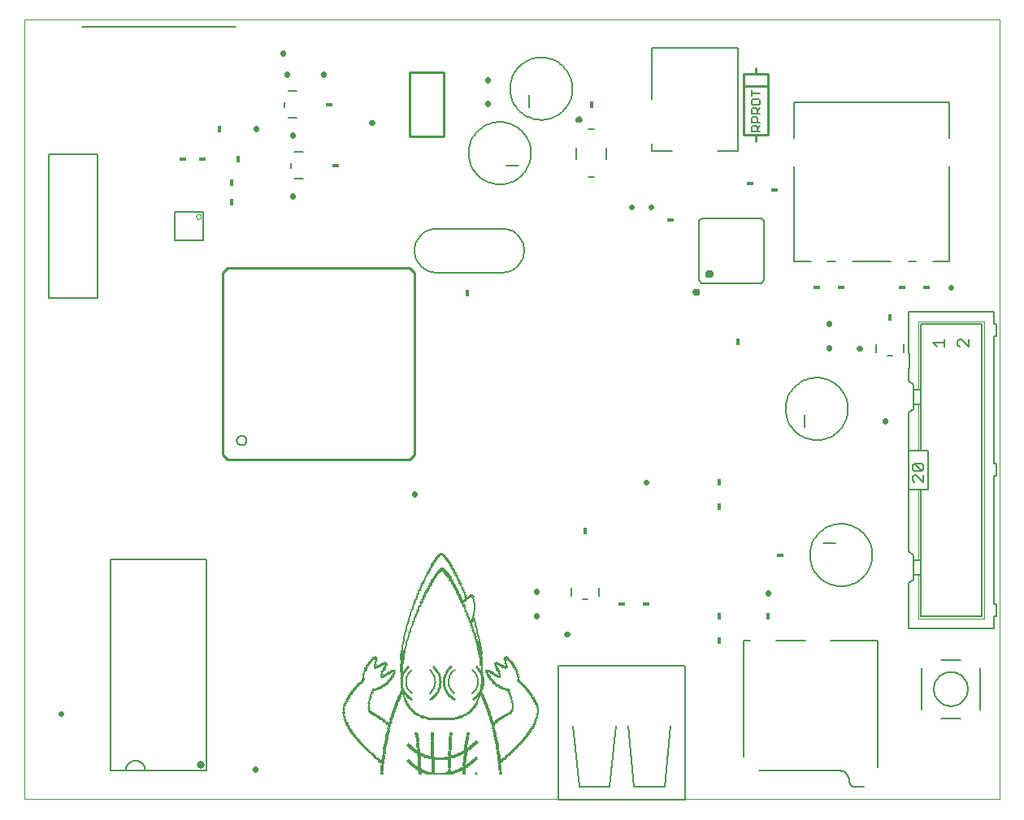
<source format=gto>
G75*
G70*
%OFA0B0*%
%FSLAX24Y24*%
%IPPOS*%
%LPD*%
%AMOC8*
5,1,8,0,0,1.08239X$1,22.5*
%
%ADD10C,0.0000*%
%ADD11C,0.0080*%
%ADD12C,0.0160*%
%ADD13C,0.0157*%
%ADD14C,0.0050*%
%ADD15C,0.0020*%
%ADD16C,0.0100*%
%ADD17C,0.0220*%
%ADD18R,0.0180X0.0300*%
%ADD19R,0.0300X0.0180*%
%ADD20C,0.0315*%
%ADD21C,0.0020*%
%ADD22C,0.0060*%
%ADD23R,0.0120X0.0024*%
%ADD24R,0.1128X0.0024*%
%ADD25R,0.0144X0.0024*%
%ADD26R,0.0120X0.0024*%
%ADD27R,0.1272X0.0024*%
%ADD28R,0.0096X0.0024*%
%ADD29R,0.0480X0.0024*%
%ADD30R,0.0048X0.0024*%
%ADD31R,0.0432X0.0024*%
%ADD32R,0.0096X0.0024*%
%ADD33R,0.0384X0.0024*%
%ADD34R,0.0504X0.0024*%
%ADD35R,0.0312X0.0024*%
%ADD36R,0.0096X0.0024*%
%ADD37R,0.0288X0.0024*%
%ADD38R,0.0408X0.0024*%
%ADD39R,0.0240X0.0024*%
%ADD40R,0.0312X0.0024*%
%ADD41R,0.0264X0.0024*%
%ADD42R,0.0264X0.0024*%
%ADD43R,0.0240X0.0024*%
%ADD44R,0.0288X0.0024*%
%ADD45R,0.0336X0.0024*%
%ADD46R,0.0216X0.0024*%
%ADD47R,0.0192X0.0024*%
%ADD48R,0.0192X0.0024*%
%ADD49R,0.0312X0.0024*%
%ADD50R,0.0168X0.0024*%
%ADD51R,0.0192X0.0024*%
%ADD52R,0.0168X0.0024*%
%ADD53R,0.0144X0.0024*%
%ADD54R,0.0192X0.0024*%
%ADD55R,0.0168X0.0024*%
%ADD56R,0.0264X0.0024*%
%ADD57R,0.0144X0.0024*%
%ADD58R,0.0072X0.0024*%
%ADD59R,0.0528X0.0024*%
%ADD60R,0.0816X0.0024*%
%ADD61R,0.0936X0.0024*%
%ADD62R,0.1080X0.0024*%
%ADD63R,0.1248X0.0024*%
%ADD64R,0.0360X0.0024*%
%ADD65R,0.0408X0.0024*%
%ADD66R,0.0456X0.0024*%
%ADD67R,0.0384X0.0024*%
%ADD68R,0.0312X0.0024*%
%ADD69R,0.0384X0.0024*%
%ADD70R,0.0216X0.0024*%
%ADD71R,0.0336X0.0024*%
%ADD72R,0.0216X0.0024*%
%ADD73R,0.0168X0.0024*%
%ADD74R,0.0024X0.0024*%
%ADD75R,0.0096X0.0024*%
%ADD76R,0.0816X0.0024*%
%ADD77R,0.1128X0.0024*%
%ADD78R,0.1344X0.0024*%
%ADD79R,0.1536X0.0024*%
%ADD80R,0.0456X0.0024*%
%ADD81R,0.0432X0.0024*%
%ADD82R,0.0360X0.0024*%
%ADD83R,0.0144X0.0024*%
%ADD84R,0.0264X0.0024*%
%ADD85R,0.0048X0.0024*%
%ADD86R,0.0024X0.0024*%
D10*
X000100Y001790D02*
X040100Y001790D01*
X040100Y033790D01*
X000100Y033790D01*
X000100Y001790D01*
D11*
X003640Y002956D02*
X004261Y002956D01*
X005049Y002956D01*
X007560Y002956D01*
X007560Y011624D01*
X003640Y011624D01*
X003640Y002956D01*
X004261Y002956D02*
X004263Y002995D01*
X004269Y003033D01*
X004278Y003070D01*
X004291Y003107D01*
X004308Y003142D01*
X004327Y003175D01*
X004350Y003206D01*
X004376Y003235D01*
X004405Y003261D01*
X004436Y003284D01*
X004469Y003303D01*
X004504Y003320D01*
X004541Y003333D01*
X004578Y003342D01*
X004616Y003348D01*
X004655Y003350D01*
X004694Y003348D01*
X004732Y003342D01*
X004769Y003333D01*
X004806Y003320D01*
X004841Y003303D01*
X004874Y003284D01*
X004905Y003261D01*
X004934Y003235D01*
X004960Y003206D01*
X004983Y003175D01*
X005002Y003142D01*
X005019Y003107D01*
X005032Y003070D01*
X005041Y003033D01*
X005047Y002995D01*
X005049Y002956D01*
X022540Y010121D02*
X022540Y010459D01*
X022994Y009971D02*
X023206Y009971D01*
X023660Y010121D02*
X023660Y010459D01*
X029600Y008290D02*
X029876Y008290D01*
X029600Y008290D02*
X029600Y003526D01*
X030230Y002935D02*
X033537Y002935D01*
X033537Y002936D02*
X033575Y002933D01*
X033613Y002927D01*
X033650Y002917D01*
X033686Y002903D01*
X033721Y002887D01*
X033753Y002867D01*
X033784Y002844D01*
X033813Y002818D01*
X033839Y002789D01*
X033862Y002758D01*
X033882Y002726D01*
X033898Y002691D01*
X033912Y002655D01*
X033922Y002618D01*
X033928Y002580D01*
X033931Y002542D01*
X033930Y002510D01*
X033934Y002479D01*
X033941Y002448D01*
X033952Y002418D01*
X033966Y002390D01*
X033984Y002364D01*
X034005Y002340D01*
X034029Y002319D01*
X034055Y002301D01*
X034083Y002287D01*
X034113Y002276D01*
X034144Y002269D01*
X034175Y002265D01*
X034207Y002266D01*
X034206Y002266D02*
X034521Y002266D01*
X035112Y003093D02*
X035112Y008290D01*
X033183Y008290D01*
X032120Y008290D02*
X030939Y008290D01*
X032320Y011790D02*
X032322Y011861D01*
X032328Y011932D01*
X032338Y012003D01*
X032352Y012072D01*
X032369Y012141D01*
X032391Y012209D01*
X032416Y012276D01*
X032445Y012341D01*
X032477Y012404D01*
X032513Y012466D01*
X032552Y012525D01*
X032595Y012582D01*
X032640Y012637D01*
X032689Y012689D01*
X032740Y012738D01*
X032794Y012784D01*
X032851Y012828D01*
X032909Y012868D01*
X032970Y012904D01*
X033033Y012938D01*
X033098Y012967D01*
X033164Y012993D01*
X033232Y013016D01*
X033300Y013034D01*
X033370Y013049D01*
X033440Y013060D01*
X033511Y013067D01*
X033582Y013070D01*
X033653Y013069D01*
X033724Y013064D01*
X033795Y013055D01*
X033865Y013042D01*
X033934Y013026D01*
X034002Y013005D01*
X034069Y012981D01*
X034135Y012953D01*
X034198Y012921D01*
X034260Y012886D01*
X034320Y012848D01*
X034378Y012806D01*
X034433Y012762D01*
X034486Y012714D01*
X034536Y012663D01*
X034583Y012610D01*
X034627Y012554D01*
X034668Y012496D01*
X034706Y012435D01*
X034740Y012373D01*
X034770Y012308D01*
X034797Y012243D01*
X034821Y012175D01*
X034840Y012107D01*
X034856Y012038D01*
X034868Y011967D01*
X034876Y011897D01*
X034880Y011826D01*
X034880Y011754D01*
X034876Y011683D01*
X034868Y011613D01*
X034856Y011542D01*
X034840Y011473D01*
X034821Y011405D01*
X034797Y011337D01*
X034770Y011272D01*
X034740Y011207D01*
X034706Y011145D01*
X034668Y011084D01*
X034627Y011026D01*
X034583Y010970D01*
X034536Y010917D01*
X034486Y010866D01*
X034433Y010818D01*
X034378Y010774D01*
X034320Y010732D01*
X034260Y010694D01*
X034198Y010659D01*
X034135Y010627D01*
X034069Y010599D01*
X034002Y010575D01*
X033934Y010554D01*
X033865Y010538D01*
X033795Y010525D01*
X033724Y010516D01*
X033653Y010511D01*
X033582Y010510D01*
X033511Y010513D01*
X033440Y010520D01*
X033370Y010531D01*
X033300Y010546D01*
X033232Y010564D01*
X033164Y010587D01*
X033098Y010613D01*
X033033Y010642D01*
X032970Y010676D01*
X032909Y010712D01*
X032851Y010752D01*
X032794Y010796D01*
X032740Y010842D01*
X032689Y010891D01*
X032640Y010943D01*
X032595Y010998D01*
X032552Y011055D01*
X032513Y011114D01*
X032477Y011176D01*
X032445Y011239D01*
X032416Y011304D01*
X032391Y011371D01*
X032369Y011439D01*
X032352Y011508D01*
X032338Y011577D01*
X032328Y011648D01*
X032322Y011719D01*
X032320Y011790D01*
X032850Y012290D02*
X033350Y012290D01*
X032100Y017040D02*
X032100Y017540D01*
X031320Y017790D02*
X031322Y017861D01*
X031328Y017932D01*
X031338Y018003D01*
X031352Y018072D01*
X031369Y018141D01*
X031391Y018209D01*
X031416Y018276D01*
X031445Y018341D01*
X031477Y018404D01*
X031513Y018466D01*
X031552Y018525D01*
X031595Y018582D01*
X031640Y018637D01*
X031689Y018689D01*
X031740Y018738D01*
X031794Y018784D01*
X031851Y018828D01*
X031909Y018868D01*
X031970Y018904D01*
X032033Y018938D01*
X032098Y018967D01*
X032164Y018993D01*
X032232Y019016D01*
X032300Y019034D01*
X032370Y019049D01*
X032440Y019060D01*
X032511Y019067D01*
X032582Y019070D01*
X032653Y019069D01*
X032724Y019064D01*
X032795Y019055D01*
X032865Y019042D01*
X032934Y019026D01*
X033002Y019005D01*
X033069Y018981D01*
X033135Y018953D01*
X033198Y018921D01*
X033260Y018886D01*
X033320Y018848D01*
X033378Y018806D01*
X033433Y018762D01*
X033486Y018714D01*
X033536Y018663D01*
X033583Y018610D01*
X033627Y018554D01*
X033668Y018496D01*
X033706Y018435D01*
X033740Y018373D01*
X033770Y018308D01*
X033797Y018243D01*
X033821Y018175D01*
X033840Y018107D01*
X033856Y018038D01*
X033868Y017967D01*
X033876Y017897D01*
X033880Y017826D01*
X033880Y017754D01*
X033876Y017683D01*
X033868Y017613D01*
X033856Y017542D01*
X033840Y017473D01*
X033821Y017405D01*
X033797Y017337D01*
X033770Y017272D01*
X033740Y017207D01*
X033706Y017145D01*
X033668Y017084D01*
X033627Y017026D01*
X033583Y016970D01*
X033536Y016917D01*
X033486Y016866D01*
X033433Y016818D01*
X033378Y016774D01*
X033320Y016732D01*
X033260Y016694D01*
X033198Y016659D01*
X033135Y016627D01*
X033069Y016599D01*
X033002Y016575D01*
X032934Y016554D01*
X032865Y016538D01*
X032795Y016525D01*
X032724Y016516D01*
X032653Y016511D01*
X032582Y016510D01*
X032511Y016513D01*
X032440Y016520D01*
X032370Y016531D01*
X032300Y016546D01*
X032232Y016564D01*
X032164Y016587D01*
X032098Y016613D01*
X032033Y016642D01*
X031970Y016676D01*
X031909Y016712D01*
X031851Y016752D01*
X031794Y016796D01*
X031740Y016842D01*
X031689Y016891D01*
X031640Y016943D01*
X031595Y016998D01*
X031552Y017055D01*
X031513Y017114D01*
X031477Y017176D01*
X031445Y017239D01*
X031416Y017304D01*
X031391Y017371D01*
X031369Y017439D01*
X031352Y017508D01*
X031338Y017577D01*
X031328Y017648D01*
X031322Y017719D01*
X031320Y017790D01*
X035040Y020121D02*
X035040Y020459D01*
X035494Y019971D02*
X035706Y019971D01*
X036160Y020121D02*
X036160Y020459D01*
X036350Y023831D02*
X036657Y023831D01*
X037366Y023831D02*
X038039Y023831D01*
X038039Y027752D01*
X038039Y028921D02*
X038039Y030366D01*
X031661Y030366D01*
X031661Y028921D01*
X031679Y027752D02*
X031679Y023831D01*
X032350Y023831D01*
X033043Y023831D02*
X033350Y023831D01*
X034067Y023831D02*
X035633Y023831D01*
X030439Y023069D02*
X030320Y022951D01*
X027880Y022951D01*
X027761Y023069D01*
X027761Y025510D01*
X027880Y025628D01*
X030320Y025628D01*
X030439Y025510D01*
X030439Y023069D01*
X029372Y028396D02*
X028545Y028396D01*
X029372Y028396D02*
X029372Y032609D01*
X025828Y032609D01*
X025828Y030522D01*
X025828Y028671D02*
X025828Y028396D01*
X026655Y028396D01*
X023980Y028526D02*
X023980Y028053D01*
X023468Y027305D02*
X023232Y027305D01*
X022720Y028053D02*
X022720Y028526D01*
X023232Y029274D02*
X023468Y029274D01*
X020020Y030940D02*
X020022Y031011D01*
X020028Y031082D01*
X020038Y031153D01*
X020052Y031222D01*
X020069Y031291D01*
X020091Y031359D01*
X020116Y031426D01*
X020145Y031491D01*
X020177Y031554D01*
X020213Y031616D01*
X020252Y031675D01*
X020295Y031732D01*
X020340Y031787D01*
X020389Y031839D01*
X020440Y031888D01*
X020494Y031934D01*
X020551Y031978D01*
X020609Y032018D01*
X020670Y032054D01*
X020733Y032088D01*
X020798Y032117D01*
X020864Y032143D01*
X020932Y032166D01*
X021000Y032184D01*
X021070Y032199D01*
X021140Y032210D01*
X021211Y032217D01*
X021282Y032220D01*
X021353Y032219D01*
X021424Y032214D01*
X021495Y032205D01*
X021565Y032192D01*
X021634Y032176D01*
X021702Y032155D01*
X021769Y032131D01*
X021835Y032103D01*
X021898Y032071D01*
X021960Y032036D01*
X022020Y031998D01*
X022078Y031956D01*
X022133Y031912D01*
X022186Y031864D01*
X022236Y031813D01*
X022283Y031760D01*
X022327Y031704D01*
X022368Y031646D01*
X022406Y031585D01*
X022440Y031523D01*
X022470Y031458D01*
X022497Y031393D01*
X022521Y031325D01*
X022540Y031257D01*
X022556Y031188D01*
X022568Y031117D01*
X022576Y031047D01*
X022580Y030976D01*
X022580Y030904D01*
X022576Y030833D01*
X022568Y030763D01*
X022556Y030692D01*
X022540Y030623D01*
X022521Y030555D01*
X022497Y030487D01*
X022470Y030422D01*
X022440Y030357D01*
X022406Y030295D01*
X022368Y030234D01*
X022327Y030176D01*
X022283Y030120D01*
X022236Y030067D01*
X022186Y030016D01*
X022133Y029968D01*
X022078Y029924D01*
X022020Y029882D01*
X021960Y029844D01*
X021898Y029809D01*
X021835Y029777D01*
X021769Y029749D01*
X021702Y029725D01*
X021634Y029704D01*
X021565Y029688D01*
X021495Y029675D01*
X021424Y029666D01*
X021353Y029661D01*
X021282Y029660D01*
X021211Y029663D01*
X021140Y029670D01*
X021070Y029681D01*
X021000Y029696D01*
X020932Y029714D01*
X020864Y029737D01*
X020798Y029763D01*
X020733Y029792D01*
X020670Y029826D01*
X020609Y029862D01*
X020551Y029902D01*
X020494Y029946D01*
X020440Y029992D01*
X020389Y030041D01*
X020340Y030093D01*
X020295Y030148D01*
X020252Y030205D01*
X020213Y030264D01*
X020177Y030326D01*
X020145Y030389D01*
X020116Y030454D01*
X020091Y030521D01*
X020069Y030589D01*
X020052Y030658D01*
X020038Y030727D01*
X020028Y030798D01*
X020022Y030869D01*
X020020Y030940D01*
X020800Y030690D02*
X020800Y030190D01*
X018320Y028290D02*
X018322Y028361D01*
X018328Y028432D01*
X018338Y028503D01*
X018352Y028572D01*
X018369Y028641D01*
X018391Y028709D01*
X018416Y028776D01*
X018445Y028841D01*
X018477Y028904D01*
X018513Y028966D01*
X018552Y029025D01*
X018595Y029082D01*
X018640Y029137D01*
X018689Y029189D01*
X018740Y029238D01*
X018794Y029284D01*
X018851Y029328D01*
X018909Y029368D01*
X018970Y029404D01*
X019033Y029438D01*
X019098Y029467D01*
X019164Y029493D01*
X019232Y029516D01*
X019300Y029534D01*
X019370Y029549D01*
X019440Y029560D01*
X019511Y029567D01*
X019582Y029570D01*
X019653Y029569D01*
X019724Y029564D01*
X019795Y029555D01*
X019865Y029542D01*
X019934Y029526D01*
X020002Y029505D01*
X020069Y029481D01*
X020135Y029453D01*
X020198Y029421D01*
X020260Y029386D01*
X020320Y029348D01*
X020378Y029306D01*
X020433Y029262D01*
X020486Y029214D01*
X020536Y029163D01*
X020583Y029110D01*
X020627Y029054D01*
X020668Y028996D01*
X020706Y028935D01*
X020740Y028873D01*
X020770Y028808D01*
X020797Y028743D01*
X020821Y028675D01*
X020840Y028607D01*
X020856Y028538D01*
X020868Y028467D01*
X020876Y028397D01*
X020880Y028326D01*
X020880Y028254D01*
X020876Y028183D01*
X020868Y028113D01*
X020856Y028042D01*
X020840Y027973D01*
X020821Y027905D01*
X020797Y027837D01*
X020770Y027772D01*
X020740Y027707D01*
X020706Y027645D01*
X020668Y027584D01*
X020627Y027526D01*
X020583Y027470D01*
X020536Y027417D01*
X020486Y027366D01*
X020433Y027318D01*
X020378Y027274D01*
X020320Y027232D01*
X020260Y027194D01*
X020198Y027159D01*
X020135Y027127D01*
X020069Y027099D01*
X020002Y027075D01*
X019934Y027054D01*
X019865Y027038D01*
X019795Y027025D01*
X019724Y027016D01*
X019653Y027011D01*
X019582Y027010D01*
X019511Y027013D01*
X019440Y027020D01*
X019370Y027031D01*
X019300Y027046D01*
X019232Y027064D01*
X019164Y027087D01*
X019098Y027113D01*
X019033Y027142D01*
X018970Y027176D01*
X018909Y027212D01*
X018851Y027252D01*
X018794Y027296D01*
X018740Y027342D01*
X018689Y027391D01*
X018640Y027443D01*
X018595Y027498D01*
X018552Y027555D01*
X018513Y027614D01*
X018477Y027676D01*
X018445Y027739D01*
X018416Y027804D01*
X018391Y027871D01*
X018369Y027939D01*
X018352Y028008D01*
X018338Y028077D01*
X018328Y028148D01*
X018322Y028219D01*
X018320Y028290D01*
X019850Y027790D02*
X020350Y027790D01*
X019700Y025190D02*
X017000Y025190D01*
X016941Y025188D01*
X016883Y025182D01*
X016824Y025173D01*
X016767Y025159D01*
X016711Y025142D01*
X016656Y025121D01*
X016602Y025097D01*
X016550Y025069D01*
X016500Y025038D01*
X016452Y025004D01*
X016407Y024967D01*
X016364Y024926D01*
X016323Y024883D01*
X016286Y024838D01*
X016252Y024790D01*
X016221Y024740D01*
X016193Y024688D01*
X016169Y024634D01*
X016148Y024579D01*
X016131Y024523D01*
X016117Y024466D01*
X016108Y024407D01*
X016102Y024349D01*
X016100Y024290D01*
X016102Y024231D01*
X016108Y024173D01*
X016117Y024114D01*
X016131Y024057D01*
X016148Y024001D01*
X016169Y023946D01*
X016193Y023892D01*
X016221Y023840D01*
X016252Y023790D01*
X016286Y023742D01*
X016323Y023697D01*
X016364Y023654D01*
X016407Y023613D01*
X016452Y023576D01*
X016500Y023542D01*
X016550Y023511D01*
X016602Y023483D01*
X016656Y023459D01*
X016711Y023438D01*
X016767Y023421D01*
X016824Y023407D01*
X016883Y023398D01*
X016941Y023392D01*
X017000Y023390D01*
X019700Y023390D01*
X019759Y023392D01*
X019817Y023398D01*
X019876Y023407D01*
X019933Y023421D01*
X019989Y023438D01*
X020044Y023459D01*
X020098Y023483D01*
X020150Y023511D01*
X020200Y023542D01*
X020248Y023576D01*
X020293Y023613D01*
X020336Y023654D01*
X020377Y023697D01*
X020414Y023742D01*
X020448Y023790D01*
X020479Y023840D01*
X020507Y023892D01*
X020531Y023946D01*
X020552Y024001D01*
X020569Y024057D01*
X020583Y024114D01*
X020592Y024173D01*
X020598Y024231D01*
X020600Y024290D01*
X020598Y024349D01*
X020592Y024407D01*
X020583Y024466D01*
X020569Y024523D01*
X020552Y024579D01*
X020531Y024634D01*
X020507Y024688D01*
X020479Y024740D01*
X020448Y024790D01*
X020414Y024838D01*
X020377Y024883D01*
X020336Y024926D01*
X020293Y024967D01*
X020248Y025004D01*
X020200Y025038D01*
X020150Y025069D01*
X020098Y025097D01*
X020044Y025121D01*
X019989Y025142D01*
X019933Y025159D01*
X019876Y025173D01*
X019817Y025182D01*
X019759Y025188D01*
X019700Y025190D01*
X011519Y027230D02*
X011181Y027230D01*
X011031Y027684D02*
X011031Y027895D01*
X011181Y028350D02*
X011519Y028350D01*
X011269Y029730D02*
X010931Y029730D01*
X010781Y030184D02*
X010781Y030395D01*
X010931Y030850D02*
X011269Y030850D01*
X003084Y028242D02*
X003084Y022337D01*
X001116Y022337D01*
X001116Y028242D01*
X003084Y028242D01*
X036900Y007140D02*
X036900Y005440D01*
X037700Y005090D02*
X038493Y005090D01*
X039300Y005440D02*
X039300Y007140D01*
X038505Y007490D02*
X037700Y007490D01*
X037400Y006290D02*
X037402Y006342D01*
X037408Y006394D01*
X037418Y006446D01*
X037431Y006496D01*
X037448Y006546D01*
X037469Y006594D01*
X037494Y006640D01*
X037522Y006684D01*
X037553Y006726D01*
X037587Y006766D01*
X037624Y006803D01*
X037664Y006837D01*
X037706Y006868D01*
X037750Y006896D01*
X037796Y006921D01*
X037844Y006942D01*
X037894Y006959D01*
X037944Y006972D01*
X037996Y006982D01*
X038048Y006988D01*
X038100Y006990D01*
X038152Y006988D01*
X038204Y006982D01*
X038256Y006972D01*
X038306Y006959D01*
X038356Y006942D01*
X038404Y006921D01*
X038450Y006896D01*
X038494Y006868D01*
X038536Y006837D01*
X038576Y006803D01*
X038613Y006766D01*
X038647Y006726D01*
X038678Y006684D01*
X038706Y006640D01*
X038731Y006594D01*
X038752Y006546D01*
X038769Y006496D01*
X038782Y006446D01*
X038792Y006394D01*
X038798Y006342D01*
X038800Y006290D01*
X038798Y006238D01*
X038792Y006186D01*
X038782Y006134D01*
X038769Y006084D01*
X038752Y006034D01*
X038731Y005986D01*
X038706Y005940D01*
X038678Y005896D01*
X038647Y005854D01*
X038613Y005814D01*
X038576Y005777D01*
X038536Y005743D01*
X038494Y005712D01*
X038450Y005684D01*
X038404Y005659D01*
X038356Y005638D01*
X038306Y005621D01*
X038256Y005608D01*
X038204Y005598D01*
X038152Y005592D01*
X038100Y005590D01*
X038048Y005592D01*
X037996Y005598D01*
X037944Y005608D01*
X037894Y005621D01*
X037844Y005638D01*
X037796Y005659D01*
X037750Y005684D01*
X037706Y005712D01*
X037664Y005743D01*
X037624Y005777D01*
X037587Y005814D01*
X037553Y005854D01*
X037522Y005896D01*
X037494Y005940D01*
X037469Y005986D01*
X037448Y006034D01*
X037431Y006084D01*
X037418Y006134D01*
X037408Y006186D01*
X037402Y006238D01*
X037400Y006290D01*
D12*
X027583Y022597D02*
X027585Y022612D01*
X027590Y022625D01*
X027599Y022637D01*
X027610Y022647D01*
X027624Y022653D01*
X027638Y022656D01*
X027653Y022655D01*
X027667Y022650D01*
X027680Y022642D01*
X027690Y022632D01*
X027697Y022619D01*
X027701Y022604D01*
X027701Y022590D01*
X027697Y022575D01*
X027690Y022562D01*
X027680Y022552D01*
X027667Y022544D01*
X027653Y022539D01*
X027638Y022538D01*
X027624Y022541D01*
X027610Y022547D01*
X027599Y022557D01*
X027590Y022569D01*
X027585Y022582D01*
X027583Y022597D01*
D13*
X028096Y023345D02*
X028098Y023363D01*
X028104Y023379D01*
X028113Y023394D01*
X028126Y023407D01*
X028141Y023416D01*
X028157Y023422D01*
X028175Y023424D01*
X028193Y023422D01*
X028209Y023416D01*
X028224Y023407D01*
X028237Y023394D01*
X028246Y023379D01*
X028252Y023363D01*
X028254Y023345D01*
X028252Y023327D01*
X028246Y023311D01*
X028237Y023296D01*
X028224Y023283D01*
X028209Y023274D01*
X028193Y023268D01*
X028175Y023266D01*
X028157Y023268D01*
X028141Y023274D01*
X028126Y023283D01*
X028113Y023296D01*
X028104Y023311D01*
X028098Y023327D01*
X028096Y023345D01*
D14*
X029925Y029165D02*
X029925Y029340D01*
X029983Y029398D01*
X030100Y029398D01*
X030158Y029340D01*
X030158Y029165D01*
X030158Y029281D02*
X030275Y029398D01*
X030275Y029533D02*
X029925Y029533D01*
X029925Y029708D01*
X029983Y029766D01*
X030100Y029766D01*
X030158Y029708D01*
X030158Y029533D01*
X030158Y029901D02*
X030158Y030076D01*
X030100Y030135D01*
X029983Y030135D01*
X029925Y030076D01*
X029925Y029901D01*
X030275Y029901D01*
X030158Y030018D02*
X030275Y030135D01*
X030217Y030270D02*
X029983Y030270D01*
X029925Y030328D01*
X029925Y030445D01*
X029983Y030503D01*
X030217Y030503D01*
X030275Y030445D01*
X030275Y030328D01*
X030217Y030270D01*
X029925Y030638D02*
X029925Y030871D01*
X029925Y030755D02*
X030275Y030755D01*
X030275Y029165D02*
X029925Y029165D01*
X022835Y029667D02*
X022837Y029673D01*
X022841Y029677D01*
X022848Y029678D01*
X022853Y029675D01*
X022857Y029670D01*
X022857Y029664D01*
X022853Y029659D01*
X022848Y029656D01*
X022841Y029657D01*
X022837Y029661D01*
X022835Y029667D01*
X022789Y029667D02*
X022791Y029682D01*
X022797Y029695D01*
X022806Y029707D01*
X022817Y029716D01*
X022831Y029722D01*
X022846Y029724D01*
X022861Y029722D01*
X022874Y029716D01*
X022886Y029707D01*
X022895Y029696D01*
X022901Y029682D01*
X022903Y029667D01*
X022901Y029652D01*
X022895Y029639D01*
X022886Y029627D01*
X022875Y029618D01*
X022861Y029612D01*
X022846Y029610D01*
X022831Y029612D01*
X022818Y029618D01*
X022806Y029627D01*
X022797Y029638D01*
X022791Y029652D01*
X022789Y029667D01*
X022742Y029667D02*
X022744Y029687D01*
X022749Y029706D01*
X022759Y029723D01*
X022771Y029739D01*
X022786Y029752D01*
X022803Y029762D01*
X022821Y029768D01*
X022841Y029771D01*
X022861Y029770D01*
X022880Y029765D01*
X022898Y029757D01*
X022914Y029746D01*
X022928Y029731D01*
X022938Y029715D01*
X022946Y029696D01*
X022950Y029677D01*
X022950Y029657D01*
X022946Y029638D01*
X022938Y029619D01*
X022928Y029603D01*
X022914Y029588D01*
X022898Y029577D01*
X022880Y029569D01*
X022861Y029564D01*
X022841Y029563D01*
X022821Y029566D01*
X022803Y029572D01*
X022786Y029582D01*
X022771Y029595D01*
X022759Y029611D01*
X022749Y029628D01*
X022744Y029647D01*
X022742Y029667D01*
X036350Y021790D02*
X036350Y020090D01*
X036400Y020090D01*
X036400Y019490D01*
X036350Y019490D01*
X036350Y018940D01*
X036550Y018790D01*
X036550Y018590D01*
X036550Y017990D01*
X036550Y017790D01*
X036350Y017640D01*
X036350Y016090D01*
X036750Y016090D01*
X036850Y016090D01*
X036850Y017990D01*
X036850Y018590D01*
X036850Y021290D01*
X039350Y021290D01*
X039350Y009290D01*
X036850Y009290D01*
X036850Y010990D01*
X036850Y011590D01*
X036850Y014490D01*
X036750Y014490D01*
X036350Y014490D01*
X036350Y016090D01*
X036850Y016090D02*
X037150Y016090D01*
X037150Y014490D01*
X036850Y014490D01*
X036975Y014794D02*
X036675Y015094D01*
X036600Y015094D01*
X036525Y015019D01*
X036525Y014869D01*
X036600Y014794D01*
X036975Y014794D02*
X036975Y015094D01*
X036900Y015254D02*
X036600Y015554D01*
X036900Y015554D01*
X036975Y015479D01*
X036975Y015329D01*
X036900Y015254D01*
X036600Y015254D01*
X036525Y015329D01*
X036525Y015479D01*
X036600Y015554D01*
X036350Y014490D02*
X036350Y011940D01*
X036550Y011790D01*
X036550Y011590D01*
X036550Y010990D01*
X036750Y010990D01*
X036850Y010990D01*
X036550Y010990D02*
X036550Y010790D01*
X036350Y010640D01*
X036350Y008790D01*
X039850Y008790D01*
X039850Y009290D01*
X039950Y009290D01*
X039950Y009790D01*
X039850Y009790D01*
X039850Y015040D01*
X039950Y015040D01*
X039950Y015540D01*
X039850Y015540D01*
X039850Y020790D01*
X039950Y020790D01*
X039950Y021290D01*
X039850Y021290D01*
X039850Y021790D01*
X036350Y021790D01*
X037375Y020504D02*
X037825Y020504D01*
X037825Y020354D02*
X037825Y020654D01*
X037525Y020354D02*
X037375Y020504D01*
X038375Y020429D02*
X038450Y020354D01*
X038375Y020429D02*
X038375Y020579D01*
X038450Y020654D01*
X038525Y020654D01*
X038825Y020354D01*
X038825Y020654D01*
X036850Y018590D02*
X036750Y018590D01*
X036550Y018590D01*
X036550Y017990D02*
X036750Y017990D01*
X036850Y017990D01*
X036850Y011590D02*
X036750Y011590D01*
X036550Y011590D01*
X027185Y007245D02*
X027185Y001740D01*
X027150Y001740D02*
X022050Y001740D01*
X022015Y001740D02*
X022015Y007245D01*
X022040Y007250D02*
X027160Y007250D01*
X026600Y004790D02*
X026350Y002290D01*
X025100Y002290D01*
X024850Y004790D01*
X024350Y004790D02*
X024100Y002290D01*
X022850Y002290D01*
X022600Y004790D01*
X008814Y016494D02*
X008816Y016521D01*
X008822Y016548D01*
X008831Y016574D01*
X008844Y016598D01*
X008860Y016621D01*
X008879Y016640D01*
X008901Y016657D01*
X008925Y016671D01*
X008950Y016681D01*
X008977Y016688D01*
X009004Y016691D01*
X009032Y016690D01*
X009059Y016685D01*
X009085Y016677D01*
X009109Y016665D01*
X009132Y016649D01*
X009153Y016631D01*
X009170Y016610D01*
X009185Y016586D01*
X009196Y016561D01*
X009204Y016535D01*
X009208Y016508D01*
X009208Y016480D01*
X009204Y016453D01*
X009196Y016427D01*
X009185Y016402D01*
X009170Y016378D01*
X009153Y016357D01*
X009132Y016339D01*
X009110Y016323D01*
X009085Y016311D01*
X009059Y016303D01*
X009032Y016298D01*
X009004Y016297D01*
X008977Y016300D01*
X008950Y016307D01*
X008925Y016317D01*
X008901Y016331D01*
X008879Y016348D01*
X008860Y016367D01*
X008844Y016390D01*
X008831Y016414D01*
X008822Y016440D01*
X008816Y016467D01*
X008814Y016494D01*
X007441Y024699D02*
X006259Y024699D01*
X006259Y025880D01*
X007441Y025880D01*
X007441Y024699D01*
X008750Y033492D02*
X002450Y033492D01*
D15*
X036750Y021390D02*
X036750Y018590D01*
X036750Y017990D02*
X036750Y016090D01*
X036750Y014490D02*
X036750Y011590D01*
X036750Y010990D02*
X036750Y009190D01*
X039450Y009190D01*
X039450Y021390D01*
X036750Y021390D01*
D16*
X030100Y028790D02*
X030100Y029040D01*
X030600Y029040D01*
X030600Y031040D01*
X029600Y031040D01*
X029600Y029040D01*
X030100Y029040D01*
X029600Y031040D02*
X029600Y031540D01*
X030100Y031540D01*
X030100Y031790D01*
X030100Y031540D02*
X030600Y031540D01*
X030600Y031040D01*
X017309Y030605D02*
X017309Y031580D01*
X017309Y031609D02*
X015891Y031609D01*
X015891Y031061D01*
X015891Y031018D01*
X015891Y031061D02*
X015891Y028971D01*
X017309Y028971D01*
X017309Y028999D02*
X017309Y030575D01*
X015901Y023580D02*
X008421Y023580D01*
X008224Y023383D01*
X008224Y015903D01*
X008421Y015706D01*
X015901Y015706D01*
X016098Y015903D01*
X016098Y023383D01*
X015901Y023580D01*
X015550Y006590D02*
X015552Y006536D01*
X015557Y006482D01*
X015566Y006429D01*
X015579Y006376D01*
X015595Y006325D01*
X015615Y006275D01*
X015638Y006226D01*
X015664Y006178D01*
X015693Y006133D01*
X015726Y006090D01*
X015761Y006049D01*
X015799Y006010D01*
X015839Y005974D01*
X015882Y005941D01*
X015927Y005911D01*
X015974Y005884D01*
X016747Y005895D02*
X016795Y005925D01*
X016840Y005958D01*
X016883Y005994D01*
X016924Y006032D01*
X016961Y006074D01*
X016996Y006118D01*
X017027Y006164D01*
X017056Y006213D01*
X017080Y006263D01*
X017101Y006315D01*
X017119Y006369D01*
X017132Y006423D01*
X017142Y006478D01*
X017148Y006534D01*
X017150Y006590D01*
X017148Y006643D01*
X017143Y006697D01*
X017134Y006749D01*
X017122Y006801D01*
X017106Y006852D01*
X017087Y006902D01*
X017064Y006951D01*
X017038Y006998D01*
X017010Y007043D01*
X016978Y007086D01*
X016944Y007126D01*
X016906Y007165D01*
X016867Y007201D01*
X015838Y007205D02*
X015798Y007169D01*
X015760Y007130D01*
X015725Y007089D01*
X015693Y007046D01*
X015663Y007001D01*
X015637Y006954D01*
X015615Y006905D01*
X015595Y006854D01*
X015579Y006803D01*
X015566Y006751D01*
X015557Y006697D01*
X015552Y006644D01*
X015550Y006590D01*
X018497Y005895D02*
X018545Y005925D01*
X018590Y005958D01*
X018633Y005994D01*
X018674Y006032D01*
X018711Y006074D01*
X018746Y006118D01*
X018777Y006164D01*
X018806Y006213D01*
X018830Y006263D01*
X018851Y006315D01*
X018869Y006369D01*
X018882Y006423D01*
X018892Y006478D01*
X018898Y006534D01*
X018900Y006590D01*
X017724Y005884D02*
X017677Y005911D01*
X017632Y005941D01*
X017589Y005974D01*
X017549Y006010D01*
X017511Y006049D01*
X017476Y006090D01*
X017443Y006133D01*
X017414Y006178D01*
X017388Y006226D01*
X017365Y006275D01*
X017345Y006325D01*
X017329Y006376D01*
X017316Y006429D01*
X017307Y006482D01*
X017302Y006536D01*
X017300Y006590D01*
X018617Y007201D02*
X018656Y007165D01*
X018694Y007126D01*
X018728Y007086D01*
X018760Y007043D01*
X018788Y006998D01*
X018814Y006951D01*
X018837Y006902D01*
X018856Y006852D01*
X018872Y006801D01*
X018884Y006749D01*
X018893Y006697D01*
X018898Y006643D01*
X018900Y006590D01*
X017588Y007205D02*
X017548Y007169D01*
X017510Y007130D01*
X017475Y007089D01*
X017443Y007046D01*
X017413Y007001D01*
X017387Y006954D01*
X017365Y006905D01*
X017345Y006854D01*
X017329Y006803D01*
X017316Y006751D01*
X017307Y006697D01*
X017302Y006644D01*
X017300Y006590D01*
D17*
X021100Y009278D02*
X021100Y009302D01*
X021100Y010278D02*
X021100Y010302D01*
X022338Y008540D02*
X022362Y008540D01*
X016100Y014278D02*
X016100Y014302D01*
X025588Y014790D02*
X025612Y014790D01*
X030600Y010252D02*
X030600Y010228D01*
X035400Y017278D02*
X035400Y017302D01*
X034362Y020290D02*
X034338Y020290D01*
X033100Y020302D02*
X033100Y020278D01*
X033100Y021278D02*
X033100Y021302D01*
X038088Y022790D02*
X038112Y022790D01*
X025812Y026090D02*
X025788Y026090D01*
X025012Y026090D02*
X024988Y026090D01*
X019100Y030328D02*
X019100Y030352D01*
X019100Y031278D02*
X019100Y031302D01*
X014362Y029540D02*
X014338Y029540D01*
X012350Y031528D02*
X012350Y031552D01*
X010850Y031552D02*
X010850Y031528D01*
X010700Y032378D02*
X010700Y032402D01*
X009600Y029302D02*
X009600Y029278D01*
X011100Y029052D02*
X011100Y029028D01*
X011100Y026552D02*
X011100Y026528D01*
X001612Y005290D02*
X001588Y005290D01*
X009550Y003002D02*
X009550Y002978D01*
D18*
X023100Y012790D03*
X028600Y013790D03*
X028600Y014790D03*
X028600Y009290D03*
X028600Y008290D03*
X030600Y009290D03*
X029350Y020540D03*
X035600Y021540D03*
X023350Y030290D03*
X018250Y022540D03*
X008850Y028040D03*
X008600Y027090D03*
X008600Y026290D03*
X008100Y029290D03*
D19*
X007400Y028040D03*
X006600Y028040D03*
X012850Y027790D03*
X012600Y030290D03*
X026600Y025540D03*
X029850Y027040D03*
X030850Y026790D03*
X032600Y022790D03*
X033600Y022790D03*
X036100Y022790D03*
X037100Y022790D03*
X031100Y011790D03*
X025600Y009790D03*
X024600Y009790D03*
D20*
X007332Y003195D03*
D21*
X007146Y025683D02*
X007148Y025702D01*
X007153Y025721D01*
X007163Y025737D01*
X007175Y025752D01*
X007190Y025764D01*
X007206Y025774D01*
X007225Y025779D01*
X007244Y025781D01*
X007263Y025779D01*
X007282Y025774D01*
X007298Y025764D01*
X007313Y025752D01*
X007325Y025737D01*
X007335Y025721D01*
X007340Y025702D01*
X007342Y025683D01*
X007340Y025664D01*
X007335Y025645D01*
X007325Y025629D01*
X007313Y025614D01*
X007298Y025602D01*
X007282Y025592D01*
X007263Y025587D01*
X007244Y025585D01*
X007225Y025587D01*
X007206Y025592D01*
X007190Y025602D01*
X007175Y025614D01*
X007163Y025629D01*
X007153Y025645D01*
X007148Y025664D01*
X007146Y025683D01*
D22*
X016950Y006590D02*
X016948Y006545D01*
X016943Y006499D01*
X016935Y006455D01*
X016923Y006411D01*
X016907Y006368D01*
X016889Y006326D01*
X016867Y006286D01*
X016843Y006248D01*
X016816Y006212D01*
X016786Y006177D01*
X016753Y006146D01*
X016718Y006116D01*
X015750Y006590D02*
X015752Y006637D01*
X015758Y006685D01*
X015767Y006731D01*
X015780Y006777D01*
X015796Y006821D01*
X015817Y006865D01*
X015840Y006906D01*
X015866Y006945D01*
X015896Y006982D01*
X015929Y007017D01*
X015964Y007049D01*
X016001Y007078D01*
X015750Y006590D02*
X015752Y006544D01*
X015757Y006498D01*
X015766Y006452D01*
X015778Y006407D01*
X015794Y006364D01*
X015813Y006322D01*
X015836Y006281D01*
X015861Y006242D01*
X015889Y006206D01*
X015920Y006171D01*
X015954Y006139D01*
X015990Y006110D01*
X016950Y006590D02*
X016948Y006635D01*
X016943Y006681D01*
X016935Y006725D01*
X016923Y006769D01*
X016907Y006812D01*
X016889Y006854D01*
X016867Y006894D01*
X016843Y006932D01*
X016816Y006968D01*
X016786Y007003D01*
X016753Y007034D01*
X016718Y007064D01*
X018468Y006116D02*
X018503Y006146D01*
X018536Y006177D01*
X018566Y006212D01*
X018593Y006248D01*
X018617Y006286D01*
X018639Y006326D01*
X018657Y006368D01*
X018673Y006411D01*
X018685Y006455D01*
X018693Y006499D01*
X018698Y006545D01*
X018700Y006590D01*
X017740Y006110D02*
X017704Y006139D01*
X017670Y006171D01*
X017639Y006206D01*
X017611Y006242D01*
X017586Y006281D01*
X017563Y006322D01*
X017544Y006364D01*
X017528Y006407D01*
X017516Y006452D01*
X017507Y006498D01*
X017502Y006544D01*
X017500Y006590D01*
X018468Y007064D02*
X018503Y007034D01*
X018536Y007003D01*
X018566Y006968D01*
X018593Y006932D01*
X018617Y006894D01*
X018639Y006854D01*
X018657Y006812D01*
X018673Y006769D01*
X018685Y006725D01*
X018693Y006681D01*
X018698Y006635D01*
X018700Y006590D01*
X017751Y007078D02*
X017714Y007049D01*
X017679Y007017D01*
X017646Y006982D01*
X017616Y006945D01*
X017590Y006906D01*
X017567Y006865D01*
X017546Y006821D01*
X017530Y006777D01*
X017517Y006731D01*
X017508Y006685D01*
X017502Y006637D01*
X017500Y006590D01*
D23*
X018814Y006150D03*
X018550Y005550D03*
X019102Y005430D03*
X019150Y005310D03*
X019198Y005190D03*
X019222Y005070D03*
X019270Y004950D03*
X019366Y004590D03*
X019390Y004470D03*
X019414Y004350D03*
X019438Y004230D03*
X019462Y004110D03*
X019486Y003990D03*
X019510Y003870D03*
X019534Y003630D03*
X019558Y003510D03*
X019582Y003390D03*
X019606Y003150D03*
X019606Y003030D03*
X019630Y002790D03*
X018118Y002790D03*
X018118Y002910D03*
X018166Y003390D03*
X018166Y003510D03*
X018214Y003870D03*
X018238Y004110D03*
X018262Y004230D03*
X018286Y004470D03*
X018622Y004110D03*
X017566Y004110D03*
X017566Y004230D03*
X017566Y003990D03*
X017566Y003870D03*
X017542Y003630D03*
X017542Y003270D03*
X017542Y003150D03*
X017542Y003030D03*
X017518Y002910D03*
X016870Y002910D03*
X016870Y003030D03*
X016870Y003150D03*
X016870Y003270D03*
X016846Y003510D03*
X016846Y003630D03*
X016846Y003750D03*
X016846Y003870D03*
X016846Y003990D03*
X016846Y004110D03*
X016822Y004230D03*
X016822Y004350D03*
X016822Y004470D03*
X016198Y004350D03*
X016174Y004470D03*
X016222Y004230D03*
X016222Y004110D03*
X016246Y003990D03*
X016246Y003870D03*
X016294Y003510D03*
X016294Y003390D03*
X016294Y003270D03*
X016294Y003150D03*
X016318Y002790D03*
X015862Y003990D03*
X014950Y004230D03*
X014974Y004350D03*
X014998Y004470D03*
X015022Y004590D03*
X015118Y004950D03*
X015166Y005070D03*
X015190Y005190D03*
X015238Y005310D03*
X015286Y005430D03*
X015742Y005790D03*
X015862Y005550D03*
X015526Y006030D03*
X015070Y006630D03*
X015166Y006750D03*
X015238Y006870D03*
X015574Y006990D03*
X015574Y007110D03*
X015574Y007230D03*
X014854Y007110D03*
X014254Y007350D03*
X014182Y007230D03*
X014110Y007110D03*
X014014Y006870D03*
X013990Y006630D03*
X013750Y006390D03*
X013462Y006030D03*
X013390Y005910D03*
X013318Y005790D03*
X013198Y005430D03*
X013198Y005310D03*
X013342Y004830D03*
X013462Y004590D03*
X013558Y004470D03*
X013846Y004110D03*
X014854Y003630D03*
X014830Y003510D03*
X014878Y003870D03*
X014902Y003990D03*
X014926Y004110D03*
X014782Y003150D03*
X014782Y003030D03*
X014782Y002910D03*
X014758Y002790D03*
X017590Y004470D03*
X019270Y006630D03*
X019174Y006750D03*
X019102Y006870D03*
X019486Y007110D03*
X019558Y006990D03*
X019558Y006750D03*
X019822Y007470D03*
X020086Y007350D03*
X020182Y007230D03*
X020350Y006630D03*
X020710Y006270D03*
X020806Y006150D03*
X020878Y006030D03*
X020950Y005910D03*
X021022Y005790D03*
X021094Y005670D03*
X020950Y004710D03*
X020878Y004590D03*
X020782Y004470D03*
X020710Y004350D03*
X020062Y005910D03*
X018838Y007350D03*
X018622Y008310D03*
X018550Y008550D03*
X018430Y008910D03*
X018142Y009630D03*
X018094Y009750D03*
X017998Y009990D03*
X017926Y010110D03*
X017878Y010230D03*
X018094Y010350D03*
X018142Y010230D03*
X018190Y010110D03*
X017926Y010710D03*
X017806Y010950D03*
X017686Y011190D03*
X017614Y011310D03*
X017542Y011430D03*
X017470Y011550D03*
X017374Y011670D03*
X017038Y011670D03*
X016942Y011550D03*
X016870Y011430D03*
X016798Y011310D03*
X016726Y011190D03*
X016990Y010950D03*
X016918Y010830D03*
X016846Y010710D03*
X016774Y010590D03*
X016702Y010470D03*
X016630Y010350D03*
X016510Y010110D03*
X016462Y009990D03*
X016318Y010350D03*
X016486Y010710D03*
X016294Y009630D03*
X016246Y009510D03*
X016054Y009030D03*
X014494Y007590D03*
X014374Y006150D03*
X014326Y006030D03*
X014230Y005670D03*
D24*
X017134Y002790D03*
D25*
X018634Y002790D03*
X019882Y003510D03*
X020026Y003630D03*
X020146Y003750D03*
X020266Y003870D03*
X020386Y003990D03*
X020506Y004110D03*
X020602Y004230D03*
X020026Y005310D03*
X019474Y004950D03*
X019066Y005550D03*
X019018Y005670D03*
X018922Y005910D03*
X019378Y006510D03*
X020482Y006510D03*
X020602Y006390D03*
X019978Y007470D03*
X019858Y007590D03*
X018826Y007470D03*
X018802Y007590D03*
X018514Y009150D03*
X017818Y010350D03*
X017746Y010470D03*
X017674Y010590D03*
X015586Y007350D03*
X014794Y006750D03*
X014962Y006510D03*
X015466Y005910D03*
X015418Y005790D03*
X015322Y005550D03*
X014866Y004950D03*
X013738Y004230D03*
X013642Y004350D03*
X013954Y003990D03*
X014074Y003870D03*
X014194Y003750D03*
X014458Y003510D03*
X014602Y003390D03*
X013546Y006150D03*
X013642Y006270D03*
X014362Y007470D03*
X018466Y005430D03*
D26*
X018478Y005454D03*
X018502Y005478D03*
X018526Y005502D03*
X018550Y005526D03*
X018574Y005574D03*
X018598Y005622D03*
X018622Y005646D03*
X018646Y005694D03*
X018934Y005862D03*
X018934Y005886D03*
X018910Y005934D03*
X018886Y005982D03*
X018958Y005838D03*
X018958Y005814D03*
X018982Y005766D03*
X019006Y005718D03*
X019006Y005694D03*
X019030Y005646D03*
X019030Y005622D03*
X019054Y005598D03*
X019054Y005574D03*
X019078Y005526D03*
X019078Y005502D03*
X019102Y005478D03*
X019102Y005454D03*
X019126Y005406D03*
X019126Y005382D03*
X019150Y005334D03*
X019174Y005262D03*
X019174Y005238D03*
X019174Y005214D03*
X019198Y005166D03*
X019198Y005142D03*
X019222Y005118D03*
X019222Y005094D03*
X019246Y005046D03*
X019246Y005022D03*
X019246Y004998D03*
X019270Y004974D03*
X019270Y004926D03*
X019318Y004806D03*
X019318Y004782D03*
X019318Y004758D03*
X019318Y004734D03*
X019342Y004686D03*
X019342Y004662D03*
X019342Y004638D03*
X019366Y004566D03*
X019366Y004542D03*
X019366Y004518D03*
X019390Y004494D03*
X019390Y004446D03*
X019390Y004422D03*
X019414Y004398D03*
X019414Y004374D03*
X019414Y004326D03*
X019414Y004302D03*
X019438Y004278D03*
X019438Y004254D03*
X019438Y004206D03*
X019438Y004182D03*
X019462Y004158D03*
X019462Y004134D03*
X019462Y004086D03*
X019462Y004062D03*
X019486Y004038D03*
X019486Y004014D03*
X019486Y003966D03*
X019486Y003942D03*
X019486Y003918D03*
X019510Y003894D03*
X019510Y003846D03*
X019510Y003822D03*
X019510Y003798D03*
X019510Y003774D03*
X019534Y003726D03*
X019534Y003702D03*
X019534Y003678D03*
X019534Y003654D03*
X019534Y003606D03*
X019558Y003582D03*
X019558Y003558D03*
X019558Y003534D03*
X019558Y003486D03*
X019558Y003462D03*
X019558Y003438D03*
X019558Y003414D03*
X019582Y003222D03*
X019582Y003198D03*
X019606Y003126D03*
X019606Y003102D03*
X019606Y003078D03*
X019606Y003054D03*
X019606Y003006D03*
X019606Y002982D03*
X019606Y002958D03*
X019606Y002934D03*
X019630Y002862D03*
X019630Y002838D03*
X019630Y002814D03*
X018118Y002814D03*
X018118Y002838D03*
X018118Y002862D03*
X018118Y002886D03*
X018142Y003174D03*
X018142Y003198D03*
X018142Y003222D03*
X018142Y003246D03*
X018166Y003294D03*
X018166Y003318D03*
X018166Y003342D03*
X018166Y003366D03*
X018166Y003414D03*
X018166Y003438D03*
X018166Y003462D03*
X018166Y003486D03*
X018190Y003558D03*
X018190Y003582D03*
X018190Y003606D03*
X018214Y003894D03*
X018214Y003918D03*
X018214Y003942D03*
X018214Y003966D03*
X018238Y004014D03*
X018238Y004038D03*
X018238Y004062D03*
X018238Y004086D03*
X018238Y004134D03*
X018238Y004158D03*
X018262Y004182D03*
X018262Y004206D03*
X018262Y004254D03*
X018262Y004278D03*
X018262Y004302D03*
X018262Y004326D03*
X018286Y004374D03*
X018286Y004398D03*
X018286Y004422D03*
X018286Y004446D03*
X017590Y004446D03*
X017590Y004422D03*
X017590Y004398D03*
X017590Y004374D03*
X017566Y004302D03*
X017566Y004278D03*
X017566Y004254D03*
X017566Y004206D03*
X017566Y004182D03*
X017566Y004158D03*
X017566Y004134D03*
X017566Y004086D03*
X017566Y004062D03*
X017566Y004038D03*
X017566Y004014D03*
X017566Y003966D03*
X017566Y003942D03*
X017566Y003918D03*
X017566Y003894D03*
X017566Y003846D03*
X017566Y003822D03*
X017566Y003798D03*
X017566Y003774D03*
X017542Y003702D03*
X017542Y003678D03*
X017542Y003654D03*
X017542Y003606D03*
X017542Y003582D03*
X017542Y003558D03*
X017542Y003366D03*
X017542Y003342D03*
X017542Y003318D03*
X017542Y003294D03*
X017542Y003246D03*
X017542Y003222D03*
X017542Y003198D03*
X017542Y003174D03*
X017542Y003126D03*
X017542Y003102D03*
X017542Y003078D03*
X017542Y003054D03*
X017518Y002934D03*
X016870Y002934D03*
X016870Y002958D03*
X016870Y002982D03*
X016870Y003006D03*
X016870Y003054D03*
X016870Y003078D03*
X016870Y003102D03*
X016870Y003126D03*
X016870Y003174D03*
X016870Y003198D03*
X016870Y003222D03*
X016870Y003246D03*
X016870Y003294D03*
X016870Y003318D03*
X016870Y003342D03*
X016846Y003534D03*
X016846Y003558D03*
X016846Y003582D03*
X016846Y003606D03*
X016846Y003654D03*
X016846Y003678D03*
X016846Y003702D03*
X016846Y003726D03*
X016846Y003774D03*
X016846Y003798D03*
X016846Y003822D03*
X016846Y003846D03*
X016846Y003894D03*
X016846Y003918D03*
X016846Y003942D03*
X016846Y003966D03*
X016846Y004014D03*
X016846Y004038D03*
X016846Y004062D03*
X016846Y004086D03*
X016822Y004182D03*
X016822Y004206D03*
X016822Y004254D03*
X016822Y004278D03*
X016822Y004302D03*
X016822Y004326D03*
X016822Y004374D03*
X016822Y004398D03*
X016822Y004422D03*
X016822Y004446D03*
X016198Y004398D03*
X016198Y004374D03*
X016198Y004326D03*
X016198Y004302D03*
X016198Y004278D03*
X016222Y004254D03*
X016222Y004206D03*
X016222Y004182D03*
X016222Y004158D03*
X016222Y004134D03*
X016246Y004062D03*
X016246Y004038D03*
X016246Y004014D03*
X016246Y003966D03*
X016246Y003942D03*
X016246Y003918D03*
X016246Y003894D03*
X016270Y003822D03*
X016270Y003798D03*
X016270Y003774D03*
X016294Y003486D03*
X016294Y003462D03*
X016294Y003438D03*
X016294Y003414D03*
X016294Y003366D03*
X016294Y003342D03*
X016294Y003318D03*
X016294Y003294D03*
X016294Y003246D03*
X016294Y003222D03*
X016294Y003198D03*
X016294Y003174D03*
X016294Y003126D03*
X016294Y003102D03*
X016318Y002838D03*
X016318Y002814D03*
X016870Y002862D03*
X016870Y002886D03*
X015862Y003342D03*
X014878Y003774D03*
X014878Y003798D03*
X014878Y003822D03*
X014878Y003846D03*
X014878Y003894D03*
X014902Y003918D03*
X014902Y003942D03*
X014902Y003966D03*
X014902Y004014D03*
X014926Y004062D03*
X014926Y004086D03*
X014926Y004134D03*
X014926Y004158D03*
X014950Y004182D03*
X014950Y004206D03*
X014950Y004254D03*
X014950Y004278D03*
X014974Y004302D03*
X014974Y004326D03*
X014974Y004374D03*
X014974Y004398D03*
X014998Y004422D03*
X014998Y004446D03*
X014998Y004494D03*
X015022Y004518D03*
X015022Y004542D03*
X015022Y004566D03*
X015046Y004638D03*
X015046Y004662D03*
X015046Y004686D03*
X015070Y004734D03*
X015118Y004902D03*
X015118Y004926D03*
X015142Y004998D03*
X015142Y005022D03*
X015142Y005046D03*
X015166Y005094D03*
X015166Y005118D03*
X015190Y005142D03*
X015190Y005166D03*
X015214Y005214D03*
X015214Y005238D03*
X015214Y005262D03*
X015238Y005334D03*
X015262Y005358D03*
X015262Y005382D03*
X015262Y005406D03*
X015286Y005454D03*
X015286Y005478D03*
X015310Y005502D03*
X015310Y005526D03*
X015334Y005574D03*
X015334Y005598D03*
X015358Y005622D03*
X015358Y005646D03*
X015382Y005694D03*
X015382Y005718D03*
X015406Y005766D03*
X015430Y005814D03*
X015430Y005838D03*
X015454Y005862D03*
X015454Y005886D03*
X015478Y005934D03*
X015502Y005982D03*
X015622Y006222D03*
X015574Y006726D03*
X015574Y006966D03*
X015574Y007014D03*
X015574Y007038D03*
X015574Y007062D03*
X015574Y007086D03*
X015574Y007134D03*
X015574Y007158D03*
X015574Y007182D03*
X015574Y007206D03*
X015574Y007254D03*
X015574Y007278D03*
X015238Y007062D03*
X015262Y006918D03*
X015214Y006822D03*
X015190Y006798D03*
X015190Y006774D03*
X015142Y006726D03*
X015142Y006702D03*
X015118Y006678D03*
X015094Y006654D03*
X014758Y006894D03*
X014782Y006966D03*
X014806Y007014D03*
X014830Y007062D03*
X014854Y007086D03*
X014878Y007134D03*
X014878Y007158D03*
X014902Y007182D03*
X014926Y007254D03*
X014518Y007398D03*
X014494Y007278D03*
X014302Y007398D03*
X014278Y007374D03*
X014230Y007326D03*
X014230Y007302D03*
X014206Y007278D03*
X014182Y007254D03*
X014158Y007206D03*
X014134Y007158D03*
X014110Y007134D03*
X014086Y007086D03*
X014086Y007062D03*
X014062Y007014D03*
X013990Y006702D03*
X013990Y006678D03*
X013798Y006438D03*
X013774Y006414D03*
X013726Y006366D03*
X013702Y006342D03*
X013678Y006318D03*
X013630Y006246D03*
X013606Y006222D03*
X013582Y006198D03*
X013558Y006174D03*
X013534Y006126D03*
X013510Y006102D03*
X013486Y006078D03*
X013486Y006054D03*
X013438Y006006D03*
X013438Y005982D03*
X013414Y005958D03*
X013366Y005886D03*
X013366Y005862D03*
X013342Y005838D03*
X013294Y005742D03*
X013270Y005694D03*
X013246Y005646D03*
X013222Y005574D03*
X013198Y005454D03*
X013198Y005286D03*
X013222Y005142D03*
X013246Y005046D03*
X013270Y004974D03*
X013294Y004926D03*
X013318Y004878D03*
X013342Y004806D03*
X013366Y004782D03*
X013366Y004758D03*
X013390Y004734D03*
X013414Y004686D03*
X013438Y004662D03*
X013438Y004638D03*
X013462Y004614D03*
X013486Y004566D03*
X013510Y004542D03*
X013510Y004518D03*
X013534Y004494D03*
X013582Y004446D03*
X013582Y004422D03*
X013606Y004398D03*
X013630Y004374D03*
X013654Y004326D03*
X013678Y004302D03*
X013702Y004278D03*
X013726Y004254D03*
X013798Y004158D03*
X013822Y004134D03*
X013870Y004086D03*
X013894Y004062D03*
X014854Y003726D03*
X014854Y003702D03*
X014854Y003678D03*
X014854Y003654D03*
X014854Y003606D03*
X014830Y003558D03*
X014830Y003534D03*
X014830Y003486D03*
X014830Y003462D03*
X014830Y003438D03*
X014830Y003414D03*
X014806Y003366D03*
X014806Y003342D03*
X014806Y003198D03*
X014782Y003126D03*
X014782Y003102D03*
X014782Y003078D03*
X014782Y003054D03*
X014782Y003006D03*
X014782Y002982D03*
X014782Y002958D03*
X014782Y002934D03*
X014758Y002862D03*
X014758Y002838D03*
X014758Y002814D03*
X016174Y004422D03*
X016174Y004446D03*
X015934Y005478D03*
X015910Y005502D03*
X015886Y005526D03*
X015862Y005574D03*
X015838Y005598D03*
X015814Y005646D03*
X015790Y005694D03*
X015766Y005742D03*
X014398Y006198D03*
X014350Y006102D03*
X014302Y005958D03*
X014278Y005886D03*
X014230Y005478D03*
X014254Y005382D03*
X014278Y005358D03*
X015910Y008622D03*
X016126Y009222D03*
X016174Y009342D03*
X016222Y009462D03*
X016318Y009678D03*
X016366Y009798D03*
X016390Y009846D03*
X016414Y009894D03*
X016438Y009942D03*
X016486Y010038D03*
X016510Y010086D03*
X016534Y010158D03*
X016558Y010206D03*
X016582Y010254D03*
X016606Y010278D03*
X016606Y010302D03*
X016630Y010326D03*
X016654Y010374D03*
X016654Y010398D03*
X016678Y010422D03*
X016726Y010518D03*
X016750Y010542D03*
X016750Y010566D03*
X016774Y010614D03*
X016798Y010638D03*
X016798Y010662D03*
X016822Y010686D03*
X016846Y010734D03*
X016870Y010758D03*
X016894Y010806D03*
X016918Y010854D03*
X016942Y010878D03*
X016966Y010902D03*
X017014Y010974D03*
X016702Y011142D03*
X016678Y011094D03*
X016654Y011046D03*
X016630Y010998D03*
X016750Y011238D03*
X016774Y011262D03*
X016822Y011358D03*
X016846Y011382D03*
X016846Y011406D03*
X016894Y011478D03*
X016918Y011502D03*
X016966Y011574D03*
X016990Y011598D03*
X016990Y011622D03*
X017014Y011646D03*
X017062Y011694D03*
X017206Y011838D03*
X017350Y011694D03*
X017398Y011646D03*
X017422Y011598D03*
X017446Y011574D03*
X017470Y011526D03*
X017494Y011502D03*
X017518Y011478D03*
X017518Y011454D03*
X017566Y011382D03*
X017590Y011358D03*
X017638Y011262D03*
X017662Y011214D03*
X017710Y011142D03*
X017734Y011094D03*
X017758Y011046D03*
X017782Y010998D03*
X017830Y010902D03*
X017878Y010806D03*
X017902Y010758D03*
X017950Y010662D03*
X017974Y010614D03*
X017998Y010566D03*
X018070Y010398D03*
X017854Y010278D03*
X017878Y010206D03*
X017902Y010182D03*
X017902Y010158D03*
X017926Y010134D03*
X017950Y010086D03*
X017950Y010062D03*
X017974Y010038D03*
X017974Y010014D03*
X017998Y009966D03*
X018022Y009918D03*
X018118Y009702D03*
X018118Y009678D03*
X018214Y009462D03*
X018262Y009342D03*
X018310Y009222D03*
X018526Y009174D03*
X018406Y008982D03*
X018454Y008838D03*
X018478Y008766D03*
X018502Y008694D03*
X018526Y008622D03*
X018574Y008478D03*
X018598Y008406D03*
X018838Y007422D03*
X018838Y007398D03*
X018838Y007374D03*
X018838Y007326D03*
X018838Y007302D03*
X018838Y007278D03*
X018838Y007254D03*
X018862Y006942D03*
X019078Y006942D03*
X019102Y006894D03*
X019126Y006846D03*
X019126Y006822D03*
X019150Y006798D03*
X019150Y006774D03*
X019198Y006726D03*
X019222Y006678D03*
X019246Y006654D03*
X019294Y006606D03*
X019318Y006582D03*
X019582Y006918D03*
X019558Y006966D03*
X019534Y007014D03*
X019534Y007038D03*
X019510Y007062D03*
X019510Y007086D03*
X019462Y007158D03*
X019438Y007206D03*
X019102Y007062D03*
X019846Y007302D03*
X019822Y007446D03*
X020014Y007446D03*
X020062Y007374D03*
X020110Y007326D03*
X020134Y007302D03*
X020134Y007278D03*
X020158Y007254D03*
X020182Y007206D03*
X020206Y007182D03*
X020206Y007158D03*
X020230Y007134D03*
X020254Y007086D03*
X020278Y007038D03*
X020302Y006966D03*
X020326Y006894D03*
X020350Y006774D03*
X020638Y006342D03*
X020662Y006318D03*
X020686Y006294D03*
X020734Y006222D03*
X020758Y006198D03*
X020782Y006174D03*
X020806Y006126D03*
X020830Y006102D03*
X020854Y006078D03*
X020902Y006006D03*
X020926Y005958D03*
X020950Y005934D03*
X020974Y005886D03*
X020998Y005838D03*
X021022Y005814D03*
X021046Y005766D03*
X021046Y005742D03*
X021070Y005718D03*
X021094Y005646D03*
X021118Y005598D03*
X021142Y005502D03*
X021142Y005238D03*
X021118Y005118D03*
X021094Y005046D03*
X021070Y004974D03*
X021046Y004902D03*
X021022Y004854D03*
X020998Y004806D03*
X020974Y004758D03*
X020926Y004686D03*
X020926Y004662D03*
X020902Y004638D03*
X020878Y004614D03*
X020854Y004566D03*
X020830Y004542D03*
X020830Y004518D03*
X020806Y004494D03*
X020782Y004446D03*
X020758Y004422D03*
X020734Y004398D03*
X020686Y004326D03*
X020662Y004302D03*
X020638Y004278D03*
X020590Y004206D03*
X020566Y004182D03*
X020542Y004158D03*
X020518Y004134D03*
X020086Y005382D03*
X020110Y005718D03*
X020038Y005982D03*
X020014Y006054D03*
X019990Y006102D03*
X019966Y006174D03*
X016006Y009558D03*
X016102Y009822D03*
X016150Y009942D03*
X016198Y010062D03*
X016246Y010182D03*
X016294Y010302D03*
X016342Y010398D03*
X016390Y010518D03*
X016414Y010566D03*
X016438Y010614D03*
X016462Y010662D03*
X018502Y010038D03*
D27*
X017134Y002814D03*
D28*
X017554Y003726D03*
X017578Y004326D03*
X016834Y004158D03*
X016834Y004134D03*
X016234Y004086D03*
X016258Y003846D03*
X014914Y004038D03*
X014842Y003582D03*
X014794Y003174D03*
X015034Y004614D03*
X014242Y005406D03*
X014242Y005454D03*
X014218Y005502D03*
X014218Y005526D03*
X014218Y005574D03*
X014218Y005598D03*
X014218Y005622D03*
X014218Y005646D03*
X014242Y005694D03*
X014242Y005718D03*
X014242Y005742D03*
X014242Y005766D03*
X014266Y005814D03*
X014266Y005838D03*
X014266Y005862D03*
X014314Y005982D03*
X014314Y006006D03*
X014338Y006054D03*
X014338Y006078D03*
X014362Y006126D03*
X014386Y006174D03*
X014002Y006654D03*
X014002Y006726D03*
X014002Y006774D03*
X014002Y006798D03*
X014002Y006822D03*
X014002Y006846D03*
X014026Y006894D03*
X014026Y006918D03*
X014026Y006942D03*
X014074Y007038D03*
X014146Y007182D03*
X014482Y007254D03*
X014506Y007302D03*
X014506Y007326D03*
X014506Y007374D03*
X014914Y007206D03*
X014818Y007038D03*
X014746Y006846D03*
X015226Y006846D03*
X015274Y006942D03*
X015562Y006942D03*
X015562Y006918D03*
X015562Y006894D03*
X015562Y006846D03*
X015562Y006822D03*
X015562Y006798D03*
X015562Y006774D03*
X015586Y006702D03*
X015586Y006678D03*
X015586Y006654D03*
X015586Y006606D03*
X015586Y006582D03*
X015586Y006558D03*
X015586Y006534D03*
X015586Y006486D03*
X015586Y006462D03*
X015586Y006438D03*
X015586Y006414D03*
X015658Y006006D03*
X015682Y005982D03*
X015682Y005958D03*
X015682Y005934D03*
X015706Y005886D03*
X015706Y005862D03*
X015754Y005766D03*
X015778Y005718D03*
X015826Y005622D03*
X015706Y007854D03*
X015706Y007878D03*
X015706Y007902D03*
X015706Y007926D03*
X015586Y007926D03*
X015586Y007902D03*
X015586Y007878D03*
X015586Y007854D03*
X015754Y008046D03*
X015754Y008094D03*
X015754Y008118D03*
X015778Y008142D03*
X015778Y008166D03*
X015778Y008214D03*
X015802Y008238D03*
X015802Y008262D03*
X015802Y008286D03*
X015826Y008334D03*
X015826Y008358D03*
X015826Y008382D03*
X015874Y008478D03*
X015874Y008502D03*
X015874Y008526D03*
X015898Y008574D03*
X015898Y008598D03*
X015922Y008646D03*
X015946Y008694D03*
X015946Y008718D03*
X015946Y008742D03*
X015994Y008838D03*
X015994Y008862D03*
X015994Y008886D03*
X016018Y008934D03*
X016018Y008958D03*
X016042Y008982D03*
X016042Y009006D03*
X016066Y009054D03*
X016066Y009078D03*
X016114Y009174D03*
X016114Y009198D03*
X016138Y009246D03*
X016162Y009294D03*
X016162Y009318D03*
X016186Y009366D03*
X016234Y009486D03*
X016258Y009534D03*
X016258Y009558D03*
X016282Y009582D03*
X016282Y009606D03*
X016306Y009654D03*
X016354Y009774D03*
X016378Y009822D03*
X016426Y009918D03*
X016474Y010014D03*
X016498Y010062D03*
X016522Y010134D03*
X016546Y010182D03*
X016282Y010254D03*
X016282Y010278D03*
X016306Y010326D03*
X016354Y010422D03*
X016354Y010446D03*
X016378Y010494D03*
X016402Y010542D03*
X016474Y010686D03*
X016498Y010734D03*
X016498Y010758D03*
X016522Y010782D03*
X016522Y010806D03*
X016546Y010854D03*
X016594Y010926D03*
X016618Y010974D03*
X016642Y011022D03*
X016714Y011166D03*
X016738Y011214D03*
X016786Y011286D03*
X016882Y011454D03*
X017554Y011406D03*
X017602Y011334D03*
X017626Y011286D03*
X017698Y011166D03*
X017722Y011118D03*
X017794Y010974D03*
X017818Y010926D03*
X017842Y010878D03*
X017866Y010854D03*
X017914Y010734D03*
X017938Y010686D03*
X017962Y010638D03*
X018034Y010494D03*
X018058Y010446D03*
X018058Y010422D03*
X018082Y010374D03*
X018106Y010326D03*
X018106Y010302D03*
X018154Y010206D03*
X018154Y010182D03*
X018178Y010158D03*
X018178Y010134D03*
X018202Y010086D03*
X018514Y010014D03*
X018514Y009966D03*
X018538Y009942D03*
X018538Y009918D03*
X018538Y009894D03*
X018538Y009846D03*
X018538Y009822D03*
X018562Y009798D03*
X018562Y009774D03*
X018562Y009726D03*
X018562Y009702D03*
X018562Y009678D03*
X018562Y009654D03*
X018562Y009606D03*
X018562Y009582D03*
X018562Y009558D03*
X018562Y009534D03*
X018562Y009486D03*
X018538Y009462D03*
X018538Y009438D03*
X018538Y009414D03*
X018538Y009366D03*
X018538Y009342D03*
X018538Y009318D03*
X018538Y009294D03*
X018514Y009246D03*
X018514Y009222D03*
X018514Y009198D03*
X018346Y009126D03*
X018346Y009102D03*
X018322Y009174D03*
X018322Y009198D03*
X018298Y009246D03*
X018274Y009294D03*
X018274Y009318D03*
X018226Y009414D03*
X018226Y009438D03*
X018202Y009486D03*
X018178Y009534D03*
X018178Y009558D03*
X018154Y009582D03*
X018154Y009606D03*
X018106Y009726D03*
X018082Y009774D03*
X018418Y008958D03*
X018418Y008934D03*
X018442Y008886D03*
X018442Y008862D03*
X018466Y008814D03*
X018634Y008814D03*
X018634Y008838D03*
X018634Y008766D03*
X018658Y008742D03*
X018658Y008718D03*
X018658Y008694D03*
X018682Y008646D03*
X018682Y008622D03*
X018682Y008598D03*
X018682Y008574D03*
X018706Y008526D03*
X018706Y008502D03*
X018706Y008478D03*
X018706Y008454D03*
X018586Y008454D03*
X018562Y008502D03*
X018562Y008526D03*
X018538Y008574D03*
X018538Y008598D03*
X018514Y008646D03*
X018586Y008934D03*
X018586Y008958D03*
X018586Y008982D03*
X018586Y009006D03*
X018634Y008286D03*
X018634Y008262D03*
X018754Y008262D03*
X018754Y008286D03*
X019426Y007254D03*
X019474Y007134D03*
X019594Y006894D03*
X019594Y006846D03*
X019954Y006198D03*
X019978Y006126D03*
X020002Y006078D03*
X020026Y006006D03*
X020074Y005886D03*
X020074Y005862D03*
X020074Y005838D03*
X020098Y005814D03*
X020098Y005766D03*
X020098Y005742D03*
X020122Y005694D03*
X020122Y005646D03*
X020122Y005622D03*
X020122Y005598D03*
X020122Y005574D03*
X020122Y005526D03*
X020122Y005502D03*
X020122Y005478D03*
X020122Y005454D03*
X020098Y005406D03*
X020074Y005358D03*
X019354Y004614D03*
X018586Y005598D03*
X018658Y005718D03*
X018658Y005742D03*
X018682Y005766D03*
X018706Y005814D03*
X018706Y005838D03*
X018706Y005862D03*
X018754Y005958D03*
X018754Y005982D03*
X018802Y006174D03*
X018802Y006198D03*
X018802Y006222D03*
X018802Y006246D03*
X018826Y006294D03*
X018826Y006318D03*
X018826Y006342D03*
X018826Y006366D03*
X018826Y006414D03*
X018826Y006438D03*
X019858Y007254D03*
X019858Y007278D03*
X019834Y007326D03*
X019834Y007374D03*
X019834Y007398D03*
X019834Y007422D03*
X020266Y007062D03*
X020314Y006942D03*
X020314Y006918D03*
X020338Y006846D03*
X020338Y006822D03*
X020338Y006798D03*
X020362Y006726D03*
X020362Y006702D03*
X020362Y006678D03*
X020362Y006654D03*
X020914Y005982D03*
X020986Y005862D03*
X021082Y005694D03*
X021106Y005622D03*
X021154Y005478D03*
X021154Y005454D03*
X021154Y005406D03*
X021154Y005382D03*
X021154Y005358D03*
X021154Y005334D03*
X021154Y005286D03*
X021154Y005262D03*
X021106Y005094D03*
X021082Y005022D03*
X021082Y004998D03*
X021058Y004926D03*
X021034Y004878D03*
X020986Y004782D03*
X020962Y004734D03*
X019594Y003174D03*
X019618Y002886D03*
X018634Y002814D03*
X018634Y003462D03*
X018178Y003534D03*
X013306Y004902D03*
X013258Y004998D03*
X013258Y005022D03*
X013234Y005094D03*
X013234Y005118D03*
X013186Y005334D03*
X013186Y005358D03*
X013186Y005382D03*
X013186Y005406D03*
X013234Y005598D03*
X013234Y005622D03*
X013282Y005718D03*
X013306Y005766D03*
X013402Y005934D03*
X015634Y008118D03*
X015634Y008142D03*
X015634Y008166D03*
X015634Y008214D03*
X015658Y008238D03*
X015658Y008262D03*
X015658Y008286D03*
X015658Y008334D03*
X015658Y008358D03*
X015682Y008382D03*
X015682Y008406D03*
X015682Y008454D03*
X015706Y008478D03*
X015706Y008502D03*
X015706Y008526D03*
X015706Y008574D03*
X015754Y008694D03*
X015754Y008718D03*
X015754Y008742D03*
X015754Y008766D03*
X015778Y008814D03*
X015778Y008838D03*
X015778Y008862D03*
X015802Y008886D03*
X015802Y008934D03*
X015826Y008958D03*
X015826Y008982D03*
X015826Y009006D03*
X015874Y009126D03*
X015874Y009174D03*
X015898Y009198D03*
X015898Y009222D03*
X015898Y009246D03*
X015922Y009294D03*
X015922Y009318D03*
X015922Y009342D03*
X015946Y009366D03*
X015946Y009414D03*
X015994Y009534D03*
X016018Y009582D03*
X016018Y009606D03*
X016042Y009654D03*
X016042Y009678D03*
X016066Y009702D03*
X016066Y009726D03*
X016114Y009846D03*
X016138Y009894D03*
X016138Y009918D03*
X016162Y009966D03*
X016186Y010014D03*
X016186Y010038D03*
X016234Y010134D03*
X016234Y010158D03*
X016258Y010206D03*
X016714Y010494D03*
D29*
X016690Y003486D03*
X016690Y002838D03*
X016498Y002862D03*
X017602Y002838D03*
X017578Y003486D03*
D30*
X018634Y003486D03*
X018634Y002838D03*
X016210Y004494D03*
X014506Y007614D03*
D31*
X016450Y003534D03*
X017674Y002862D03*
D32*
X017530Y002958D03*
X017530Y002982D03*
X017530Y003006D03*
X015130Y004974D03*
X015730Y005814D03*
X015730Y005838D03*
X015610Y006246D03*
X015610Y006294D03*
X015610Y006318D03*
X015610Y006342D03*
X015610Y006366D03*
X015250Y006894D03*
X014770Y006918D03*
X014770Y006942D03*
X014890Y007374D03*
X014530Y007422D03*
X014530Y007446D03*
X014050Y006966D03*
X014290Y005934D03*
X013330Y005814D03*
X013210Y005526D03*
X013210Y005502D03*
X013210Y005478D03*
X013210Y005262D03*
X013210Y005238D03*
X013210Y005214D03*
X013210Y005166D03*
X013330Y004854D03*
X014770Y002886D03*
X018730Y005886D03*
X018730Y005934D03*
X018850Y006462D03*
X018850Y006486D03*
X018850Y006534D03*
X018850Y006558D03*
X018850Y006582D03*
X018850Y006606D03*
X018850Y006654D03*
X018850Y006678D03*
X018850Y006702D03*
X018850Y006726D03*
X018850Y006774D03*
X018850Y006798D03*
X018850Y006822D03*
X018850Y006846D03*
X018850Y006894D03*
X018850Y006918D03*
X018850Y006966D03*
X018850Y007014D03*
X018850Y007038D03*
X018850Y007062D03*
X018850Y007086D03*
X018850Y007134D03*
X018850Y007158D03*
X018850Y007182D03*
X018850Y007206D03*
X019090Y006918D03*
X019450Y007182D03*
X019450Y007374D03*
X019570Y006942D03*
X020290Y007014D03*
X020050Y005958D03*
X020050Y005934D03*
X021130Y005574D03*
X021130Y005526D03*
X021130Y005214D03*
X021130Y005166D03*
X021130Y005142D03*
X018730Y008334D03*
X018730Y008358D03*
X018730Y008382D03*
X018730Y008406D03*
X018610Y008382D03*
X018610Y008358D03*
X018610Y008334D03*
X018490Y008718D03*
X018490Y008742D03*
X018610Y008862D03*
X018610Y008886D03*
X018250Y009366D03*
X018130Y009654D03*
X018130Y010254D03*
X018130Y010278D03*
X018010Y010518D03*
X018010Y010542D03*
X017890Y010782D03*
X017770Y011022D03*
X017650Y011238D03*
X016930Y011526D03*
X016810Y011334D03*
X016690Y011118D03*
X016570Y010902D03*
X016570Y010878D03*
X016450Y010638D03*
X016330Y010374D03*
X016210Y010086D03*
X016450Y009966D03*
X016330Y009726D03*
X016330Y009702D03*
X016090Y009774D03*
X016090Y009798D03*
X015970Y009486D03*
X015970Y009462D03*
X015970Y009438D03*
X016210Y009438D03*
X016210Y009414D03*
X016090Y009126D03*
X016090Y009102D03*
X015850Y009102D03*
X015850Y009078D03*
X015850Y009054D03*
X015970Y008814D03*
X015970Y008766D03*
X015730Y008646D03*
X015730Y008622D03*
X015730Y008598D03*
X015850Y008454D03*
X015850Y008406D03*
X015610Y008094D03*
X015610Y008046D03*
X015610Y008022D03*
X015610Y007998D03*
X015610Y007974D03*
X015730Y007974D03*
X015730Y007998D03*
X015730Y008022D03*
X016690Y010446D03*
D33*
X016450Y002886D03*
X018010Y002958D03*
D34*
X017710Y002886D03*
D35*
X017854Y002910D03*
X016414Y002910D03*
D36*
X017554Y003750D03*
X017578Y004350D03*
X018274Y004350D03*
X018226Y003990D03*
X018154Y003270D03*
X019522Y003750D03*
X019618Y002910D03*
X021058Y004950D03*
X021106Y005070D03*
X021154Y005310D03*
X021154Y005430D03*
X020122Y005550D03*
X020122Y005670D03*
X020098Y005790D03*
X020026Y006030D03*
X019978Y006150D03*
X020362Y006750D03*
X020338Y006870D03*
X020242Y007110D03*
X019858Y007230D03*
X019834Y007350D03*
X019834Y007110D03*
X019594Y006870D03*
X019426Y007230D03*
X018826Y006390D03*
X018826Y006270D03*
X018682Y005790D03*
X018634Y005670D03*
X020098Y005430D03*
X018754Y008310D03*
X018586Y008430D03*
X018682Y008550D03*
X018658Y008670D03*
X018634Y008790D03*
X018466Y008790D03*
X018514Y008670D03*
X018562Y009030D03*
X018514Y009270D03*
X018538Y009390D03*
X018562Y009510D03*
X018562Y009630D03*
X018562Y009750D03*
X018538Y009870D03*
X018514Y009990D03*
X018202Y009510D03*
X018298Y009270D03*
X018346Y009150D03*
X018034Y010470D03*
X017986Y010590D03*
X017866Y010830D03*
X017746Y011070D03*
X016666Y011070D03*
X016594Y010950D03*
X016546Y010830D03*
X016426Y010590D03*
X016378Y010470D03*
X016258Y010230D03*
X016162Y009990D03*
X016114Y009870D03*
X016066Y009750D03*
X016042Y009630D03*
X015994Y009510D03*
X015946Y009390D03*
X015898Y009270D03*
X015874Y009150D03*
X015826Y009030D03*
X015802Y008910D03*
X015778Y008790D03*
X015922Y008670D03*
X015898Y008550D03*
X015706Y008550D03*
X015682Y008430D03*
X015658Y008310D03*
X015634Y008190D03*
X015778Y008190D03*
X015754Y008070D03*
X015826Y008310D03*
X016018Y008910D03*
X016138Y009270D03*
X016186Y009390D03*
X016354Y009750D03*
X016402Y009870D03*
X014914Y007230D03*
X014794Y006990D03*
X014746Y006870D03*
X014506Y007110D03*
X014482Y007230D03*
X014506Y007350D03*
X014002Y006750D03*
X014242Y005790D03*
X014218Y005550D03*
X014242Y005430D03*
X013282Y004950D03*
X013234Y005070D03*
X013402Y004710D03*
X013258Y005670D03*
X015058Y004710D03*
X014866Y003750D03*
X014818Y003390D03*
X015802Y005670D03*
X015706Y005910D03*
X015658Y006030D03*
X015586Y006510D03*
X015586Y006630D03*
X015562Y006750D03*
X015562Y006870D03*
D37*
X014842Y006822D03*
X014842Y007302D03*
X017242Y011166D03*
X019498Y007302D03*
X017962Y003606D03*
X016378Y002934D03*
D38*
X017974Y002934D03*
D39*
X018154Y003054D03*
X018202Y003102D03*
X018178Y003726D03*
X018250Y003774D03*
X018274Y003798D03*
X019642Y003342D03*
X019354Y004878D03*
X018826Y006006D03*
X019522Y006798D03*
X019138Y007014D03*
X019810Y007158D03*
X019882Y007518D03*
X019858Y006246D03*
X018082Y005166D03*
X016354Y005166D03*
X015586Y006054D03*
X014818Y006798D03*
X014866Y007326D03*
X014458Y007518D03*
X015034Y004854D03*
X016210Y003678D03*
X016258Y003006D03*
X016282Y002982D03*
X016330Y002958D03*
X014746Y003294D03*
X018418Y010086D03*
D40*
X017206Y011766D03*
X019774Y007206D03*
X019174Y006966D03*
X018310Y003846D03*
X018046Y002982D03*
X016366Y003582D03*
X015166Y006966D03*
X014590Y007206D03*
D41*
X019510Y006822D03*
X018070Y003006D03*
D42*
X016222Y003030D03*
X017206Y011790D03*
D43*
X017242Y011190D03*
X016282Y003630D03*
X018106Y003030D03*
D44*
X018226Y003126D03*
X016210Y003054D03*
X016186Y003726D03*
X016426Y005142D03*
X018010Y005142D03*
X019354Y004902D03*
X019714Y006318D03*
X019786Y007182D03*
X018466Y009054D03*
X018466Y009078D03*
X014650Y006318D03*
D45*
X014818Y007278D03*
X016498Y005118D03*
X017842Y003558D03*
X018082Y003654D03*
X016186Y003078D03*
X019786Y006294D03*
X019522Y007278D03*
X017242Y011142D03*
D46*
X017350Y011094D03*
X014470Y007542D03*
X014710Y006342D03*
X014470Y005214D03*
X014590Y005142D03*
X018190Y003078D03*
X019630Y003318D03*
X019630Y006342D03*
D47*
X019594Y006366D03*
X019546Y006774D03*
X019426Y006846D03*
X019354Y006894D03*
X019306Y006918D03*
X019114Y007038D03*
X018754Y007974D03*
X018754Y007998D03*
X018754Y008022D03*
X018730Y008046D03*
X018730Y008094D03*
X018730Y008118D03*
X018706Y008214D03*
X018826Y006054D03*
X018226Y005238D03*
X019330Y004854D03*
X019570Y005022D03*
X019714Y005118D03*
X019954Y005262D03*
X018394Y003222D03*
X018370Y003198D03*
X016090Y003102D03*
X016066Y003126D03*
X016066Y003774D03*
X014674Y005094D03*
X014626Y005118D03*
X014554Y005166D03*
X014386Y005262D03*
X014434Y006222D03*
X014794Y006774D03*
X014914Y006846D03*
X015034Y006918D03*
X015226Y007038D03*
X015610Y007614D03*
X015610Y007638D03*
X015610Y007662D03*
X015610Y007686D03*
X015634Y007734D03*
X015634Y007758D03*
X015634Y007782D03*
X015634Y007806D03*
X016210Y005238D03*
X017434Y010998D03*
X017410Y011022D03*
X017386Y011046D03*
D48*
X017362Y011070D03*
X018418Y010110D03*
X018778Y007830D03*
X019378Y006870D03*
X019642Y005070D03*
X016042Y003150D03*
X014698Y005070D03*
X014962Y006870D03*
D49*
X014518Y006270D03*
X018238Y003150D03*
X019822Y006270D03*
D50*
X019510Y006414D03*
X019486Y006438D03*
X019414Y006486D03*
X019270Y006942D03*
X019870Y007566D03*
X018790Y007734D03*
X018790Y007758D03*
X018790Y007782D03*
X018790Y007806D03*
X018766Y007878D03*
X018766Y007902D03*
X018766Y007926D03*
X020446Y006534D03*
X019990Y005286D03*
X019606Y005046D03*
X019534Y004998D03*
X019510Y004974D03*
X018814Y006078D03*
X018814Y006102D03*
X018574Y004038D03*
X018550Y004014D03*
X019774Y003414D03*
X019966Y003582D03*
X016174Y005262D03*
X016126Y005286D03*
X015046Y004806D03*
X014926Y004902D03*
X014806Y004998D03*
X014734Y005046D03*
X014350Y005286D03*
X014830Y006414D03*
X014926Y006486D03*
X013846Y006486D03*
X015886Y003942D03*
X015910Y003918D03*
X015934Y003894D03*
X016006Y003822D03*
X015886Y003294D03*
X015934Y003246D03*
X016006Y003174D03*
X014566Y003414D03*
X017590Y010758D03*
X017494Y010902D03*
X017470Y010926D03*
X017446Y010974D03*
X017110Y011094D03*
D51*
X017242Y011214D03*
X018082Y009846D03*
X018778Y007854D03*
X019618Y007254D03*
X019882Y007542D03*
X019882Y005214D03*
X019762Y005142D03*
X018178Y005214D03*
X018442Y003918D03*
X018418Y003894D03*
X018562Y003366D03*
X018538Y003342D03*
X018418Y003246D03*
X018322Y003174D03*
X019618Y003294D03*
X016042Y003798D03*
X015082Y006942D03*
X014722Y007254D03*
X014482Y007566D03*
D52*
X014518Y007134D03*
X014998Y006894D03*
X015598Y007494D03*
X015598Y007518D03*
X015598Y007542D03*
X015598Y007566D03*
X014902Y006462D03*
X014878Y006438D03*
X015598Y006126D03*
X014782Y005022D03*
X014902Y004926D03*
X015862Y003966D03*
X015982Y003846D03*
X015862Y003318D03*
X015958Y003222D03*
X015982Y003198D03*
X014782Y003246D03*
X014542Y003438D03*
X014518Y003462D03*
X018478Y003294D03*
X018502Y003318D03*
X018478Y003942D03*
X018502Y003966D03*
X018598Y004062D03*
X018622Y004086D03*
X019942Y003558D03*
X019678Y005094D03*
X018262Y005262D03*
X019918Y006222D03*
X020422Y006558D03*
X019822Y007134D03*
X018502Y009102D03*
X018262Y010014D03*
X017518Y010878D03*
D53*
X017554Y010806D03*
X017578Y010782D03*
X017602Y010734D03*
X017626Y010686D03*
X017674Y010614D03*
X017698Y010566D03*
X017722Y010542D03*
X017722Y010518D03*
X017746Y010494D03*
X017794Y010398D03*
X017794Y010374D03*
X017818Y010326D03*
X017842Y010302D03*
X017866Y010254D03*
X018202Y009942D03*
X018226Y009966D03*
X018178Y009918D03*
X018082Y009822D03*
X018082Y009798D03*
X018418Y010134D03*
X018514Y009126D03*
X018418Y009006D03*
X018802Y007686D03*
X018802Y007662D03*
X018802Y007638D03*
X018802Y007614D03*
X018826Y007566D03*
X018826Y007542D03*
X018826Y007518D03*
X018826Y007494D03*
X018826Y007446D03*
X019354Y006534D03*
X018802Y006126D03*
X018898Y005958D03*
X018994Y005742D03*
X019138Y005358D03*
X019162Y005286D03*
X018442Y005406D03*
X018418Y005382D03*
X018394Y005358D03*
X018298Y005286D03*
X018634Y003438D03*
X019594Y003246D03*
X019834Y003462D03*
X019858Y003486D03*
X019906Y003534D03*
X020002Y003606D03*
X020074Y003678D03*
X020098Y003702D03*
X020122Y003726D03*
X020194Y003798D03*
X020218Y003822D03*
X020242Y003846D03*
X020314Y003918D03*
X020338Y003942D03*
X020362Y003966D03*
X020434Y004038D03*
X020458Y004062D03*
X020482Y004086D03*
X020626Y004254D03*
X020722Y004374D03*
X020866Y006054D03*
X020722Y006246D03*
X020626Y006366D03*
X020578Y006414D03*
X020554Y006438D03*
X020506Y006486D03*
X020386Y006582D03*
X020362Y006606D03*
X020026Y007422D03*
X016066Y005334D03*
X016042Y005358D03*
X016018Y005382D03*
X015994Y005406D03*
X015946Y005454D03*
X015394Y005742D03*
X015514Y006006D03*
X014986Y006534D03*
X015034Y006582D03*
X015058Y006606D03*
X015586Y007302D03*
X015586Y007326D03*
X015586Y007374D03*
X015586Y007398D03*
X015586Y007422D03*
X015586Y007446D03*
X014338Y007446D03*
X014314Y007422D03*
X013978Y006606D03*
X013954Y006582D03*
X013906Y006534D03*
X013666Y006294D03*
X014842Y004974D03*
X015058Y004782D03*
X015058Y004758D03*
X015226Y005286D03*
X013786Y004182D03*
X013762Y004206D03*
X013906Y004038D03*
X013978Y003966D03*
X014002Y003942D03*
X014026Y003918D03*
X014098Y003846D03*
X014122Y003822D03*
X014146Y003798D03*
X014218Y003726D03*
X014242Y003702D03*
X014266Y003678D03*
X014362Y003606D03*
X014386Y003582D03*
X014434Y003534D03*
X014482Y003486D03*
X014626Y003366D03*
X014794Y003222D03*
X016882Y010782D03*
X016978Y010926D03*
X017026Y010998D03*
X017074Y011046D03*
X017242Y011238D03*
X017338Y011718D03*
X017314Y011742D03*
X017098Y011742D03*
X017074Y011718D03*
D54*
X018706Y008190D03*
X018730Y008070D03*
X018754Y007950D03*
X019666Y007230D03*
X019546Y006390D03*
X018826Y006030D03*
X019834Y005190D03*
X018394Y003870D03*
X018586Y003390D03*
X014770Y003270D03*
X014506Y005190D03*
X014794Y006390D03*
X014674Y007230D03*
X015610Y007710D03*
X015634Y007830D03*
D55*
X013870Y006510D03*
X014326Y005310D03*
X014326Y003630D03*
X015910Y003270D03*
X018454Y003270D03*
X018526Y003990D03*
X019606Y003270D03*
X019750Y003390D03*
X018334Y005310D03*
X018790Y007710D03*
X018406Y009030D03*
X017614Y010710D03*
X017470Y010950D03*
X017086Y011070D03*
D56*
X018094Y009894D03*
X019894Y007494D03*
X018286Y003822D03*
X018118Y003678D03*
X019654Y003366D03*
X016342Y003606D03*
X016198Y003702D03*
X014734Y003318D03*
X015022Y004878D03*
X014494Y006246D03*
X014566Y007182D03*
X014446Y007494D03*
D57*
X013930Y006558D03*
X013810Y006462D03*
X015010Y006558D03*
X015610Y006198D03*
X015610Y006174D03*
X015490Y005958D03*
X014290Y005334D03*
X013930Y004014D03*
X014050Y003894D03*
X014170Y003774D03*
X014290Y003654D03*
X014410Y003558D03*
X014650Y003342D03*
X018370Y005334D03*
X019450Y004926D03*
X020050Y005334D03*
X020530Y006462D03*
X020050Y007398D03*
X019210Y006702D03*
X019330Y006558D03*
X019450Y006462D03*
X020410Y004014D03*
X020290Y003894D03*
X020170Y003774D03*
X020050Y003654D03*
X019810Y003438D03*
X018610Y003414D03*
X018010Y009942D03*
X017770Y010422D03*
X017770Y010446D03*
X017650Y010638D03*
X017650Y010662D03*
X017530Y010854D03*
X017050Y011022D03*
X017410Y011622D03*
D58*
X018622Y004134D03*
X015862Y004014D03*
X015862Y003366D03*
D59*
X017074Y003366D03*
D60*
X017194Y003390D03*
D61*
X017134Y003414D03*
D62*
X017134Y003438D03*
D63*
X017146Y003462D03*
D64*
X016582Y003510D03*
D65*
X017686Y003510D03*
D66*
X017710Y003534D03*
D67*
X016402Y003558D03*
X018346Y010062D03*
X017242Y011118D03*
D68*
X017902Y003582D03*
D69*
X018058Y003630D03*
D70*
X018142Y003702D03*
X016246Y003654D03*
X016246Y005214D03*
X015598Y006078D03*
X015598Y006102D03*
X014758Y006366D03*
X015214Y007014D03*
X014542Y007158D03*
X014422Y005238D03*
X018718Y008142D03*
X018718Y008166D03*
X018694Y008238D03*
X019486Y007326D03*
X019918Y005238D03*
X019798Y005166D03*
X018286Y010038D03*
X017206Y011814D03*
D71*
X016162Y003750D03*
D72*
X015046Y004830D03*
X016294Y005190D03*
X018142Y005190D03*
X018214Y003750D03*
X018094Y009870D03*
D73*
X017542Y010830D03*
X015598Y007590D03*
X015598Y007470D03*
X014878Y007350D03*
X015598Y006150D03*
X015958Y003870D03*
X019318Y004830D03*
X019462Y007350D03*
D74*
X018262Y004494D03*
X018622Y004158D03*
X015862Y004038D03*
X014758Y006726D03*
D75*
X014050Y006990D03*
X014530Y007470D03*
X015610Y007950D03*
X015610Y008070D03*
X015730Y007950D03*
X015850Y008430D03*
X015730Y008670D03*
X015970Y008790D03*
X016090Y009150D03*
X016210Y010110D03*
X016570Y010230D03*
X018250Y009390D03*
X018610Y008910D03*
X018730Y008430D03*
X018850Y007230D03*
X018850Y007110D03*
X018850Y006990D03*
X018850Y006870D03*
X018850Y006750D03*
X018850Y006630D03*
X018850Y006510D03*
X018730Y005910D03*
X019330Y004710D03*
X021010Y004830D03*
X021130Y005190D03*
X021130Y005550D03*
X020290Y006990D03*
X015610Y006390D03*
X015610Y006270D03*
X014290Y005910D03*
X013210Y005550D03*
X013210Y005190D03*
D76*
X017218Y004998D03*
D77*
X017206Y005022D03*
D78*
X017218Y005046D03*
D79*
X017218Y005070D03*
D80*
X016606Y005094D03*
D81*
X017818Y005094D03*
D82*
X017926Y005118D03*
X014566Y006294D03*
D83*
X015370Y005670D03*
X015970Y005430D03*
X016090Y005310D03*
X018970Y005790D03*
X018250Y009990D03*
D84*
X019150Y006990D03*
X015190Y006990D03*
D85*
X019858Y007614D03*
D86*
X018430Y010158D03*
M02*

</source>
